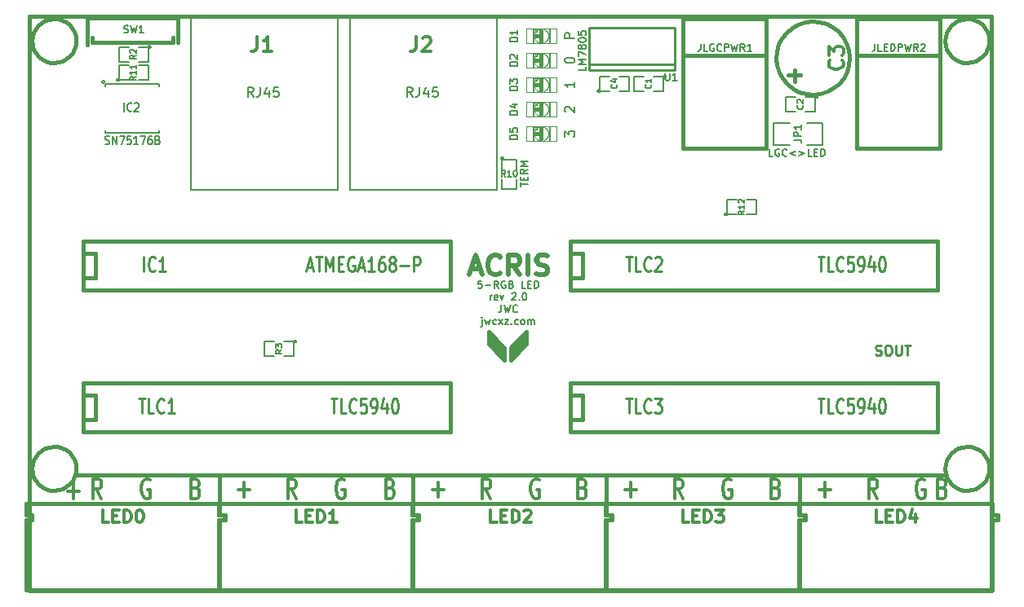
<source format=gto>
G04 (created by PCBNEW-RS274X (2012-03-17 BZR 3466)-stable) date Mon 10 Dec 2012 10:26:00 PM EST*
G01*
G70*
G90*
%MOIN*%
G04 Gerber Fmt 3.4, Leading zero omitted, Abs format*
%FSLAX34Y34*%
G04 APERTURE LIST*
%ADD10C,0.006000*%
%ADD11C,0.007500*%
%ADD12C,0.015000*%
%ADD13C,0.020000*%
%ADD14C,0.012000*%
%ADD15C,0.010000*%
%ADD16C,0.005000*%
%ADD17C,0.007000*%
%ADD18C,0.002600*%
%ADD19C,0.004000*%
%ADD20C,0.011300*%
%ADD21C,0.008000*%
G04 APERTURE END LIST*
G54D10*
X22262Y-00905D02*
X21862Y-00905D01*
X21862Y-00752D01*
X21881Y-00714D01*
X21900Y-00695D01*
X21938Y-00676D01*
X21995Y-00676D01*
X22033Y-00695D01*
X22052Y-00714D01*
X22071Y-00752D01*
X22071Y-00905D01*
G54D11*
X20046Y-06967D02*
X20046Y-06796D01*
X20346Y-06882D02*
X20046Y-06882D01*
X20189Y-06696D02*
X20189Y-06596D01*
X20346Y-06553D02*
X20346Y-06696D01*
X20046Y-06696D01*
X20046Y-06553D01*
X20346Y-06253D02*
X20204Y-06353D01*
X20346Y-06425D02*
X20046Y-06425D01*
X20046Y-06310D01*
X20061Y-06282D01*
X20075Y-06267D01*
X20104Y-06253D01*
X20146Y-06253D01*
X20175Y-06267D01*
X20189Y-06282D01*
X20204Y-06310D01*
X20204Y-06425D01*
X20346Y-06125D02*
X20046Y-06125D01*
X20261Y-06025D01*
X20046Y-05925D01*
X20346Y-05925D01*
G54D12*
X19750Y-13750D02*
X20200Y-13300D01*
X19750Y-13600D02*
X19750Y-13750D01*
X20250Y-13100D02*
X19750Y-13600D01*
X20250Y-13350D02*
X20250Y-13100D01*
X19700Y-13900D02*
X20250Y-13350D01*
X19700Y-13600D02*
X19700Y-13900D01*
X20200Y-13100D02*
X19700Y-13600D01*
X19300Y-13750D02*
X19350Y-13750D01*
X18950Y-13400D02*
X19300Y-13750D01*
X18950Y-13300D02*
X18950Y-13400D01*
X19350Y-13700D02*
X18950Y-13300D01*
X19350Y-13600D02*
X19350Y-13700D01*
X19350Y-13900D02*
X19350Y-13600D01*
X18850Y-13400D02*
X19350Y-13900D01*
X18850Y-13100D02*
X18850Y-13400D01*
X19350Y-13600D02*
X18850Y-13100D01*
X19700Y-13500D02*
X19650Y-13550D01*
X20300Y-12900D02*
X19700Y-13500D01*
X20300Y-13400D02*
X20300Y-12900D01*
X19650Y-14050D02*
X20300Y-13400D01*
X19650Y-13550D02*
X19650Y-14050D01*
X18750Y-13400D02*
X18750Y-12900D01*
X19400Y-14050D02*
X18750Y-13400D01*
X19400Y-13550D02*
X19400Y-14050D01*
X18750Y-12900D02*
X19400Y-13550D01*
G54D11*
X18464Y-10821D02*
X18321Y-10821D01*
X18307Y-10964D01*
X18321Y-10950D01*
X18350Y-10936D01*
X18421Y-10936D01*
X18450Y-10950D01*
X18464Y-10964D01*
X18479Y-10993D01*
X18479Y-11064D01*
X18464Y-11093D01*
X18450Y-11107D01*
X18421Y-11121D01*
X18350Y-11121D01*
X18321Y-11107D01*
X18307Y-11093D01*
X18607Y-11007D02*
X18836Y-11007D01*
X19150Y-11121D02*
X19050Y-10979D01*
X18978Y-11121D02*
X18978Y-10821D01*
X19093Y-10821D01*
X19121Y-10836D01*
X19136Y-10850D01*
X19150Y-10879D01*
X19150Y-10921D01*
X19136Y-10950D01*
X19121Y-10964D01*
X19093Y-10979D01*
X18978Y-10979D01*
X19436Y-10836D02*
X19407Y-10821D01*
X19364Y-10821D01*
X19321Y-10836D01*
X19293Y-10864D01*
X19278Y-10893D01*
X19264Y-10950D01*
X19264Y-10993D01*
X19278Y-11050D01*
X19293Y-11079D01*
X19321Y-11107D01*
X19364Y-11121D01*
X19393Y-11121D01*
X19436Y-11107D01*
X19450Y-11093D01*
X19450Y-10993D01*
X19393Y-10993D01*
X19678Y-10964D02*
X19721Y-10979D01*
X19736Y-10993D01*
X19750Y-11021D01*
X19750Y-11064D01*
X19736Y-11093D01*
X19721Y-11107D01*
X19693Y-11121D01*
X19578Y-11121D01*
X19578Y-10821D01*
X19678Y-10821D01*
X19707Y-10836D01*
X19721Y-10850D01*
X19736Y-10879D01*
X19736Y-10907D01*
X19721Y-10936D01*
X19707Y-10950D01*
X19678Y-10964D01*
X19578Y-10964D01*
X20250Y-11121D02*
X20107Y-11121D01*
X20107Y-10821D01*
X20350Y-10964D02*
X20450Y-10964D01*
X20493Y-11121D02*
X20350Y-11121D01*
X20350Y-10821D01*
X20493Y-10821D01*
X20621Y-11121D02*
X20621Y-10821D01*
X20693Y-10821D01*
X20736Y-10836D01*
X20764Y-10864D01*
X20779Y-10893D01*
X20793Y-10950D01*
X20793Y-10993D01*
X20779Y-11050D01*
X20764Y-11079D01*
X20736Y-11107D01*
X20693Y-11121D01*
X20621Y-11121D01*
X18813Y-11616D02*
X18813Y-11416D01*
X18813Y-11474D02*
X18828Y-11445D01*
X18842Y-11431D01*
X18871Y-11416D01*
X18899Y-11416D01*
X19114Y-11602D02*
X19085Y-11616D01*
X19028Y-11616D01*
X18999Y-11602D01*
X18985Y-11574D01*
X18985Y-11459D01*
X18999Y-11431D01*
X19028Y-11416D01*
X19085Y-11416D01*
X19114Y-11431D01*
X19128Y-11459D01*
X19128Y-11488D01*
X18985Y-11516D01*
X19228Y-11416D02*
X19299Y-11616D01*
X19371Y-11416D01*
X19700Y-11345D02*
X19714Y-11331D01*
X19743Y-11316D01*
X19814Y-11316D01*
X19843Y-11331D01*
X19857Y-11345D01*
X19872Y-11374D01*
X19872Y-11402D01*
X19857Y-11445D01*
X19686Y-11616D01*
X19872Y-11616D01*
X20000Y-11588D02*
X20015Y-11602D01*
X20000Y-11616D01*
X19986Y-11602D01*
X20000Y-11588D01*
X20000Y-11616D01*
X20201Y-11316D02*
X20229Y-11316D01*
X20258Y-11331D01*
X20272Y-11345D01*
X20286Y-11374D01*
X20301Y-11431D01*
X20301Y-11502D01*
X20286Y-11559D01*
X20272Y-11588D01*
X20258Y-11602D01*
X20229Y-11616D01*
X20201Y-11616D01*
X20172Y-11602D01*
X20158Y-11588D01*
X20143Y-11559D01*
X20129Y-11502D01*
X20129Y-11431D01*
X20143Y-11374D01*
X20158Y-11345D01*
X20172Y-11331D01*
X20201Y-11316D01*
X19271Y-11811D02*
X19271Y-12026D01*
X19257Y-12069D01*
X19228Y-12097D01*
X19185Y-12111D01*
X19157Y-12111D01*
X19386Y-11811D02*
X19457Y-12111D01*
X19514Y-11897D01*
X19572Y-12111D01*
X19643Y-11811D01*
X19929Y-12083D02*
X19915Y-12097D01*
X19872Y-12111D01*
X19843Y-12111D01*
X19800Y-12097D01*
X19772Y-12069D01*
X19757Y-12040D01*
X19743Y-11983D01*
X19743Y-11940D01*
X19757Y-11883D01*
X19772Y-11854D01*
X19800Y-11826D01*
X19843Y-11811D01*
X19872Y-11811D01*
X19915Y-11826D01*
X19929Y-11840D01*
X18486Y-12406D02*
X18486Y-12664D01*
X18472Y-12692D01*
X18444Y-12706D01*
X18429Y-12706D01*
X18486Y-12306D02*
X18472Y-12321D01*
X18486Y-12335D01*
X18501Y-12321D01*
X18486Y-12306D01*
X18486Y-12335D01*
X18601Y-12406D02*
X18658Y-12606D01*
X18715Y-12464D01*
X18772Y-12606D01*
X18829Y-12406D01*
X19072Y-12592D02*
X19043Y-12606D01*
X18986Y-12606D01*
X18958Y-12592D01*
X18943Y-12578D01*
X18929Y-12549D01*
X18929Y-12464D01*
X18943Y-12435D01*
X18958Y-12421D01*
X18986Y-12406D01*
X19043Y-12406D01*
X19072Y-12421D01*
X19172Y-12606D02*
X19329Y-12406D01*
X19172Y-12406D02*
X19329Y-12606D01*
X19415Y-12406D02*
X19572Y-12406D01*
X19415Y-12606D01*
X19572Y-12606D01*
X19686Y-12578D02*
X19701Y-12592D01*
X19686Y-12606D01*
X19672Y-12592D01*
X19686Y-12578D01*
X19686Y-12606D01*
X19958Y-12592D02*
X19929Y-12606D01*
X19872Y-12606D01*
X19844Y-12592D01*
X19829Y-12578D01*
X19815Y-12549D01*
X19815Y-12464D01*
X19829Y-12435D01*
X19844Y-12421D01*
X19872Y-12406D01*
X19929Y-12406D01*
X19958Y-12421D01*
X20129Y-12606D02*
X20101Y-12592D01*
X20086Y-12578D01*
X20072Y-12549D01*
X20072Y-12464D01*
X20086Y-12435D01*
X20101Y-12421D01*
X20129Y-12406D01*
X20172Y-12406D01*
X20201Y-12421D01*
X20215Y-12435D01*
X20229Y-12464D01*
X20229Y-12549D01*
X20215Y-12578D01*
X20201Y-12592D01*
X20172Y-12606D01*
X20129Y-12606D01*
X20357Y-12606D02*
X20357Y-12406D01*
X20357Y-12435D02*
X20372Y-12421D01*
X20400Y-12406D01*
X20443Y-12406D01*
X20472Y-12421D01*
X20486Y-12449D01*
X20486Y-12606D01*
X20486Y-12449D02*
X20500Y-12421D01*
X20529Y-12406D01*
X20572Y-12406D01*
X20600Y-12421D01*
X20615Y-12449D01*
X20615Y-12606D01*
G54D13*
X18038Y-10345D02*
X18419Y-10345D01*
X17962Y-10574D02*
X18229Y-09774D01*
X18496Y-10574D01*
X19220Y-10498D02*
X19182Y-10536D01*
X19067Y-10574D01*
X18991Y-10574D01*
X18877Y-10536D01*
X18801Y-10460D01*
X18762Y-10383D01*
X18724Y-10231D01*
X18724Y-10117D01*
X18762Y-09964D01*
X18801Y-09888D01*
X18877Y-09812D01*
X18991Y-09774D01*
X19067Y-09774D01*
X19182Y-09812D01*
X19220Y-09850D01*
X20020Y-10574D02*
X19753Y-10193D01*
X19562Y-10574D02*
X19562Y-09774D01*
X19867Y-09774D01*
X19943Y-09812D01*
X19982Y-09850D01*
X20020Y-09926D01*
X20020Y-10040D01*
X19982Y-10117D01*
X19943Y-10155D01*
X19867Y-10193D01*
X19562Y-10193D01*
X20362Y-10574D02*
X20362Y-09774D01*
X20705Y-10536D02*
X20820Y-10574D01*
X21010Y-10574D01*
X21086Y-10536D01*
X21124Y-10498D01*
X21163Y-10421D01*
X21163Y-10345D01*
X21124Y-10269D01*
X21086Y-10231D01*
X21010Y-10193D01*
X20858Y-10155D01*
X20782Y-10117D01*
X20743Y-10079D01*
X20705Y-10002D01*
X20705Y-09926D01*
X20743Y-09850D01*
X20782Y-09812D01*
X20858Y-09774D01*
X21048Y-09774D01*
X21163Y-09812D01*
G54D12*
X15650Y-19950D02*
X15650Y-18750D01*
X23550Y-19900D02*
X23550Y-18750D01*
X31450Y-19950D02*
X31450Y-18750D01*
X07750Y-18750D02*
X37450Y-18750D01*
X07750Y-18750D02*
X01900Y-18750D01*
X07750Y-19850D02*
X07750Y-18750D01*
X00000Y-23500D02*
X39300Y-23500D01*
X00000Y00000D02*
X39300Y00000D01*
G54D11*
X30365Y-05721D02*
X30222Y-05721D01*
X30222Y-05421D01*
X30623Y-05436D02*
X30594Y-05421D01*
X30551Y-05421D01*
X30508Y-05436D01*
X30480Y-05464D01*
X30465Y-05493D01*
X30451Y-05550D01*
X30451Y-05593D01*
X30465Y-05650D01*
X30480Y-05679D01*
X30508Y-05707D01*
X30551Y-05721D01*
X30580Y-05721D01*
X30623Y-05707D01*
X30637Y-05693D01*
X30637Y-05593D01*
X30580Y-05593D01*
X30937Y-05693D02*
X30923Y-05707D01*
X30880Y-05721D01*
X30851Y-05721D01*
X30808Y-05707D01*
X30780Y-05679D01*
X30765Y-05650D01*
X30751Y-05593D01*
X30751Y-05550D01*
X30765Y-05493D01*
X30780Y-05464D01*
X30808Y-05436D01*
X30851Y-05421D01*
X30880Y-05421D01*
X30923Y-05436D01*
X30937Y-05450D01*
X31294Y-05521D02*
X31065Y-05607D01*
X31294Y-05693D01*
X31436Y-05521D02*
X31665Y-05607D01*
X31436Y-05693D01*
X31950Y-05721D02*
X31807Y-05721D01*
X31807Y-05421D01*
X32050Y-05564D02*
X32150Y-05564D01*
X32193Y-05721D02*
X32050Y-05721D01*
X32050Y-05421D01*
X32193Y-05421D01*
X32321Y-05721D02*
X32321Y-05421D01*
X32393Y-05421D01*
X32436Y-05436D01*
X32464Y-05464D01*
X32479Y-05493D01*
X32493Y-05550D01*
X32493Y-05593D01*
X32479Y-05650D01*
X32464Y-05679D01*
X32436Y-05707D01*
X32393Y-05721D01*
X32321Y-05721D01*
G54D14*
X14743Y-19305D02*
X14829Y-19343D01*
X14857Y-19381D01*
X14886Y-19457D01*
X14886Y-19571D01*
X14857Y-19648D01*
X14829Y-19686D01*
X14771Y-19724D01*
X14543Y-19724D01*
X14543Y-18924D01*
X14743Y-18924D01*
X14800Y-18962D01*
X14829Y-19000D01*
X14857Y-19076D01*
X14857Y-19152D01*
X14829Y-19229D01*
X14800Y-19267D01*
X14743Y-19305D01*
X14543Y-19305D01*
X12857Y-18962D02*
X12800Y-18924D01*
X12714Y-18924D01*
X12629Y-18962D01*
X12571Y-19038D01*
X12543Y-19114D01*
X12514Y-19267D01*
X12514Y-19381D01*
X12543Y-19533D01*
X12571Y-19610D01*
X12629Y-19686D01*
X12714Y-19724D01*
X12771Y-19724D01*
X12857Y-19686D01*
X12886Y-19648D01*
X12886Y-19381D01*
X12771Y-19381D01*
X10886Y-19724D02*
X10686Y-19343D01*
X10543Y-19724D02*
X10543Y-18924D01*
X10771Y-18924D01*
X10829Y-18962D01*
X10857Y-19000D01*
X10886Y-19076D01*
X10886Y-19190D01*
X10857Y-19267D01*
X10829Y-19305D01*
X10771Y-19343D01*
X10543Y-19343D01*
X08522Y-19369D02*
X08979Y-19369D01*
X08750Y-19674D02*
X08750Y-19064D01*
X16472Y-19369D02*
X16929Y-19369D01*
X16700Y-19674D02*
X16700Y-19064D01*
X18836Y-19724D02*
X18636Y-19343D01*
X18493Y-19724D02*
X18493Y-18924D01*
X18721Y-18924D01*
X18779Y-18962D01*
X18807Y-19000D01*
X18836Y-19076D01*
X18836Y-19190D01*
X18807Y-19267D01*
X18779Y-19305D01*
X18721Y-19343D01*
X18493Y-19343D01*
X20807Y-18962D02*
X20750Y-18924D01*
X20664Y-18924D01*
X20579Y-18962D01*
X20521Y-19038D01*
X20493Y-19114D01*
X20464Y-19267D01*
X20464Y-19381D01*
X20493Y-19533D01*
X20521Y-19610D01*
X20579Y-19686D01*
X20664Y-19724D01*
X20721Y-19724D01*
X20807Y-19686D01*
X20836Y-19648D01*
X20836Y-19381D01*
X20721Y-19381D01*
X22593Y-19305D02*
X22679Y-19343D01*
X22707Y-19381D01*
X22736Y-19457D01*
X22736Y-19571D01*
X22707Y-19648D01*
X22679Y-19686D01*
X22621Y-19724D01*
X22393Y-19724D01*
X22393Y-18924D01*
X22593Y-18924D01*
X22650Y-18962D01*
X22679Y-19000D01*
X22707Y-19076D01*
X22707Y-19152D01*
X22679Y-19229D01*
X22650Y-19267D01*
X22593Y-19305D01*
X22393Y-19305D01*
X37293Y-19305D02*
X37379Y-19343D01*
X37407Y-19381D01*
X37436Y-19457D01*
X37436Y-19571D01*
X37407Y-19648D01*
X37379Y-19686D01*
X37321Y-19724D01*
X37093Y-19724D01*
X37093Y-18924D01*
X37293Y-18924D01*
X37350Y-18962D01*
X37379Y-19000D01*
X37407Y-19076D01*
X37407Y-19152D01*
X37379Y-19229D01*
X37350Y-19267D01*
X37293Y-19305D01*
X37093Y-19305D01*
X36557Y-18962D02*
X36500Y-18924D01*
X36414Y-18924D01*
X36329Y-18962D01*
X36271Y-19038D01*
X36243Y-19114D01*
X36214Y-19267D01*
X36214Y-19381D01*
X36243Y-19533D01*
X36271Y-19610D01*
X36329Y-19686D01*
X36414Y-19724D01*
X36471Y-19724D01*
X36557Y-19686D01*
X36586Y-19648D01*
X36586Y-19381D01*
X36471Y-19381D01*
X34636Y-19724D02*
X34436Y-19343D01*
X34293Y-19724D02*
X34293Y-18924D01*
X34521Y-18924D01*
X34579Y-18962D01*
X34607Y-19000D01*
X34636Y-19076D01*
X34636Y-19190D01*
X34607Y-19267D01*
X34579Y-19305D01*
X34521Y-19343D01*
X34293Y-19343D01*
X32272Y-19369D02*
X32729Y-19369D01*
X32500Y-19674D02*
X32500Y-19064D01*
X24322Y-19369D02*
X24779Y-19369D01*
X24550Y-19674D02*
X24550Y-19064D01*
X26686Y-19724D02*
X26486Y-19343D01*
X26343Y-19724D02*
X26343Y-18924D01*
X26571Y-18924D01*
X26629Y-18962D01*
X26657Y-19000D01*
X26686Y-19076D01*
X26686Y-19190D01*
X26657Y-19267D01*
X26629Y-19305D01*
X26571Y-19343D01*
X26343Y-19343D01*
X28657Y-18962D02*
X28600Y-18924D01*
X28514Y-18924D01*
X28429Y-18962D01*
X28371Y-19038D01*
X28343Y-19114D01*
X28314Y-19267D01*
X28314Y-19381D01*
X28343Y-19533D01*
X28371Y-19610D01*
X28429Y-19686D01*
X28514Y-19724D01*
X28571Y-19724D01*
X28657Y-19686D01*
X28686Y-19648D01*
X28686Y-19381D01*
X28571Y-19381D01*
X30493Y-19305D02*
X30579Y-19343D01*
X30607Y-19381D01*
X30636Y-19457D01*
X30636Y-19571D01*
X30607Y-19648D01*
X30579Y-19686D01*
X30521Y-19724D01*
X30293Y-19724D01*
X30293Y-18924D01*
X30493Y-18924D01*
X30550Y-18962D01*
X30579Y-19000D01*
X30607Y-19076D01*
X30607Y-19152D01*
X30579Y-19229D01*
X30550Y-19267D01*
X30493Y-19305D01*
X30293Y-19305D01*
X06793Y-19305D02*
X06879Y-19343D01*
X06907Y-19381D01*
X06936Y-19457D01*
X06936Y-19571D01*
X06907Y-19648D01*
X06879Y-19686D01*
X06821Y-19724D01*
X06593Y-19724D01*
X06593Y-18924D01*
X06793Y-18924D01*
X06850Y-18962D01*
X06879Y-19000D01*
X06907Y-19076D01*
X06907Y-19152D01*
X06879Y-19229D01*
X06850Y-19267D01*
X06793Y-19305D01*
X06593Y-19305D01*
X04907Y-18962D02*
X04850Y-18924D01*
X04764Y-18924D01*
X04679Y-18962D01*
X04621Y-19038D01*
X04593Y-19114D01*
X04564Y-19267D01*
X04564Y-19381D01*
X04593Y-19533D01*
X04621Y-19610D01*
X04679Y-19686D01*
X04764Y-19724D01*
X04821Y-19724D01*
X04907Y-19686D01*
X04936Y-19648D01*
X04936Y-19381D01*
X04821Y-19381D01*
X02936Y-19724D02*
X02736Y-19343D01*
X02593Y-19724D02*
X02593Y-18924D01*
X02821Y-18924D01*
X02879Y-18962D01*
X02907Y-19000D01*
X02936Y-19076D01*
X02936Y-19190D01*
X02907Y-19267D01*
X02879Y-19305D01*
X02821Y-19343D01*
X02593Y-19343D01*
X01572Y-19419D02*
X02029Y-19419D01*
X01800Y-19724D02*
X01800Y-19114D01*
G54D12*
X00000Y-23500D02*
X00000Y00000D01*
X39300Y00000D02*
X39300Y-23500D01*
G54D15*
X34564Y-13843D02*
X34621Y-13862D01*
X34717Y-13862D01*
X34755Y-13843D01*
X34774Y-13824D01*
X34793Y-13786D01*
X34793Y-13748D01*
X34774Y-13710D01*
X34755Y-13690D01*
X34717Y-13671D01*
X34640Y-13652D01*
X34602Y-13633D01*
X34583Y-13614D01*
X34564Y-13576D01*
X34564Y-13538D01*
X34583Y-13500D01*
X34602Y-13481D01*
X34640Y-13462D01*
X34736Y-13462D01*
X34793Y-13481D01*
X35040Y-13462D02*
X35117Y-13462D01*
X35155Y-13481D01*
X35193Y-13519D01*
X35212Y-13595D01*
X35212Y-13729D01*
X35193Y-13805D01*
X35155Y-13843D01*
X35117Y-13862D01*
X35040Y-13862D01*
X35002Y-13843D01*
X34964Y-13805D01*
X34945Y-13729D01*
X34945Y-13595D01*
X34964Y-13519D01*
X35002Y-13481D01*
X35040Y-13462D01*
X35383Y-13462D02*
X35383Y-13786D01*
X35402Y-13824D01*
X35421Y-13843D01*
X35459Y-13862D01*
X35536Y-13862D01*
X35574Y-13843D01*
X35593Y-13824D01*
X35612Y-13786D01*
X35612Y-13462D01*
X35745Y-13462D02*
X35974Y-13462D01*
X35859Y-13862D02*
X35859Y-13462D01*
G54D12*
X20900Y-01600D02*
X20900Y-02000D01*
G54D10*
X22262Y-02685D02*
X22262Y-02914D01*
X22262Y-02800D02*
X21862Y-02800D01*
X21919Y-02838D01*
X21957Y-02876D01*
X21976Y-02914D01*
X21900Y-03914D02*
X21881Y-03895D01*
X21862Y-03857D01*
X21862Y-03761D01*
X21881Y-03723D01*
X21900Y-03704D01*
X21938Y-03685D01*
X21976Y-03685D01*
X22033Y-03704D01*
X22262Y-03933D01*
X22262Y-03685D01*
G54D12*
X20900Y-04800D02*
X20700Y-04800D01*
X20900Y-04600D02*
X20900Y-05000D01*
X20900Y-03800D02*
X20700Y-03800D01*
X20900Y-03600D02*
X20900Y-04000D01*
X20900Y-02800D02*
X20700Y-02800D01*
X20900Y-03000D02*
X20900Y-02600D01*
X20900Y-01800D02*
X20700Y-01800D01*
X20900Y-00800D02*
X20700Y-00800D01*
X20900Y-00600D02*
X20900Y-00800D01*
X20900Y-01000D02*
X20900Y-00600D01*
G54D10*
X21862Y-01819D02*
X21862Y-01780D01*
X21881Y-01742D01*
X21900Y-01723D01*
X21938Y-01704D01*
X22014Y-01685D01*
X22110Y-01685D01*
X22186Y-01704D01*
X22224Y-01723D01*
X22243Y-01742D01*
X22262Y-01780D01*
X22262Y-01819D01*
X22243Y-01857D01*
X22224Y-01876D01*
X22186Y-01895D01*
X22110Y-01914D01*
X22014Y-01914D01*
X21938Y-01895D01*
X21900Y-01876D01*
X21881Y-01857D01*
X21862Y-01819D01*
X21862Y-04933D02*
X21862Y-04685D01*
X22014Y-04819D01*
X22014Y-04761D01*
X22033Y-04723D01*
X22052Y-04704D01*
X22090Y-04685D01*
X22186Y-04685D01*
X22224Y-04704D01*
X22243Y-04723D01*
X22262Y-04761D01*
X22262Y-04876D01*
X22243Y-04914D01*
X22224Y-04933D01*
G54D12*
X31000Y-02400D02*
X31500Y-02400D01*
X31250Y-02650D02*
X31250Y-02200D01*
X33500Y-01700D02*
X33471Y-01991D01*
X33386Y-02271D01*
X33249Y-02530D01*
X33064Y-02756D01*
X32838Y-02943D01*
X32581Y-03082D01*
X32301Y-03169D01*
X32010Y-03199D01*
X31719Y-03173D01*
X31439Y-03090D01*
X31179Y-02955D01*
X30951Y-02771D01*
X30763Y-02547D01*
X30622Y-02290D01*
X30533Y-02011D01*
X30501Y-01720D01*
X30525Y-01430D01*
X30606Y-01148D01*
X30740Y-00888D01*
X30921Y-00659D01*
X31144Y-00469D01*
X31400Y-00326D01*
X31678Y-00235D01*
X31969Y-00201D01*
X32260Y-00223D01*
X32542Y-00302D01*
X32803Y-00434D01*
X33034Y-00614D01*
X33225Y-00836D01*
X33370Y-01090D01*
X33462Y-01368D01*
X33499Y-01659D01*
X33500Y-01700D01*
X02550Y-00850D02*
X02550Y-01050D01*
X02550Y-01050D02*
X05850Y-01050D01*
X05850Y-01050D02*
X05850Y-00850D01*
X03050Y-00050D02*
X02350Y-00050D01*
X02350Y-00050D02*
X02350Y-01150D01*
X03050Y-00050D02*
X05250Y-00050D01*
X05250Y-00050D02*
X06050Y-00050D01*
X06050Y-00050D02*
X06050Y-01050D01*
X02200Y-09200D02*
X17200Y-09200D01*
X17200Y-09200D02*
X17200Y-11200D01*
X17200Y-11200D02*
X02200Y-11200D01*
X02200Y-11200D02*
X02200Y-09200D01*
X02200Y-09700D02*
X02700Y-09700D01*
X02700Y-09700D02*
X02700Y-10700D01*
X02700Y-10700D02*
X02200Y-10700D01*
X30100Y-00400D02*
X30100Y-00100D01*
X30100Y-00100D02*
X26700Y-00100D01*
X26700Y-00100D02*
X26700Y-00400D01*
X30100Y-01600D02*
X26700Y-01600D01*
X30100Y-05400D02*
X26700Y-05400D01*
X26700Y-00400D02*
X26700Y-05400D01*
X30100Y-00400D02*
X30100Y-05400D01*
X37200Y-00400D02*
X37200Y-00100D01*
X37200Y-00100D02*
X33800Y-00100D01*
X33800Y-00100D02*
X33800Y-00400D01*
X37200Y-01600D02*
X33800Y-01600D01*
X37200Y-05400D02*
X33800Y-05400D01*
X33800Y-00400D02*
X33800Y-05400D01*
X37200Y-00400D02*
X37200Y-05400D01*
G54D16*
X19100Y00000D02*
X13100Y00000D01*
X13100Y00000D02*
X13100Y-07100D01*
X13100Y-07100D02*
X19100Y-07100D01*
X19100Y-07100D02*
X19100Y00000D01*
X12600Y00000D02*
X06600Y00000D01*
X06600Y00000D02*
X06600Y-07100D01*
X06600Y-07100D02*
X12600Y-07100D01*
X12600Y-07100D02*
X12600Y00000D01*
X19350Y-05800D02*
X19349Y-05809D01*
X19346Y-05819D01*
X19341Y-05827D01*
X19335Y-05835D01*
X19327Y-05841D01*
X19319Y-05846D01*
X19310Y-05848D01*
X19300Y-05849D01*
X19291Y-05849D01*
X19282Y-05846D01*
X19273Y-05841D01*
X19266Y-05835D01*
X19259Y-05828D01*
X19255Y-05819D01*
X19252Y-05810D01*
X19251Y-05800D01*
X19251Y-05791D01*
X19254Y-05782D01*
X19258Y-05773D01*
X19265Y-05766D01*
X19272Y-05759D01*
X19280Y-05755D01*
X19290Y-05752D01*
X19299Y-05751D01*
X19308Y-05751D01*
X19318Y-05754D01*
X19326Y-05758D01*
X19334Y-05764D01*
X19340Y-05772D01*
X19345Y-05780D01*
X19348Y-05789D01*
X19349Y-05799D01*
X19350Y-05800D01*
X19300Y-06250D02*
X19300Y-05850D01*
X19300Y-05850D02*
X19900Y-05850D01*
X19900Y-05850D02*
X19900Y-06250D01*
X19900Y-06650D02*
X19900Y-07050D01*
X19900Y-07050D02*
X19300Y-07050D01*
X19300Y-07050D02*
X19300Y-06650D01*
X10900Y-13300D02*
X10899Y-13309D01*
X10896Y-13319D01*
X10891Y-13327D01*
X10885Y-13335D01*
X10877Y-13341D01*
X10869Y-13346D01*
X10860Y-13348D01*
X10850Y-13349D01*
X10841Y-13349D01*
X10832Y-13346D01*
X10823Y-13341D01*
X10816Y-13335D01*
X10809Y-13328D01*
X10805Y-13319D01*
X10802Y-13310D01*
X10801Y-13300D01*
X10801Y-13291D01*
X10804Y-13282D01*
X10808Y-13273D01*
X10815Y-13266D01*
X10822Y-13259D01*
X10830Y-13255D01*
X10840Y-13252D01*
X10849Y-13251D01*
X10858Y-13251D01*
X10868Y-13254D01*
X10876Y-13258D01*
X10884Y-13264D01*
X10890Y-13272D01*
X10895Y-13280D01*
X10898Y-13289D01*
X10899Y-13299D01*
X10900Y-13300D01*
X10400Y-13300D02*
X10800Y-13300D01*
X10800Y-13300D02*
X10800Y-13900D01*
X10800Y-13900D02*
X10400Y-13900D01*
X10000Y-13900D02*
X09600Y-13900D01*
X09600Y-13900D02*
X09600Y-13300D01*
X09600Y-13300D02*
X10000Y-13300D01*
X04950Y-01250D02*
X04949Y-01259D01*
X04946Y-01269D01*
X04941Y-01277D01*
X04935Y-01285D01*
X04927Y-01291D01*
X04919Y-01296D01*
X04910Y-01298D01*
X04900Y-01299D01*
X04891Y-01299D01*
X04882Y-01296D01*
X04873Y-01291D01*
X04866Y-01285D01*
X04859Y-01278D01*
X04855Y-01269D01*
X04852Y-01260D01*
X04851Y-01250D01*
X04851Y-01241D01*
X04854Y-01232D01*
X04858Y-01223D01*
X04865Y-01216D01*
X04872Y-01209D01*
X04880Y-01205D01*
X04890Y-01202D01*
X04899Y-01201D01*
X04908Y-01201D01*
X04918Y-01204D01*
X04926Y-01208D01*
X04934Y-01214D01*
X04940Y-01222D01*
X04945Y-01230D01*
X04948Y-01239D01*
X04949Y-01249D01*
X04950Y-01250D01*
X04450Y-01250D02*
X04850Y-01250D01*
X04850Y-01250D02*
X04850Y-01850D01*
X04850Y-01850D02*
X04450Y-01850D01*
X04050Y-01850D02*
X03650Y-01850D01*
X03650Y-01850D02*
X03650Y-01250D01*
X03650Y-01250D02*
X04050Y-01250D01*
X30400Y-04350D02*
X30400Y-05250D01*
X30400Y-05250D02*
X31050Y-05250D01*
X31750Y-04350D02*
X32400Y-04350D01*
X32400Y-04350D02*
X32400Y-05250D01*
X32400Y-05250D02*
X31750Y-05250D01*
X31050Y-04350D02*
X30400Y-04350D01*
X03650Y-02600D02*
X03649Y-02609D01*
X03646Y-02619D01*
X03641Y-02627D01*
X03635Y-02635D01*
X03627Y-02641D01*
X03619Y-02646D01*
X03610Y-02648D01*
X03600Y-02649D01*
X03591Y-02649D01*
X03582Y-02646D01*
X03573Y-02641D01*
X03566Y-02635D01*
X03559Y-02628D01*
X03555Y-02619D01*
X03552Y-02610D01*
X03551Y-02600D01*
X03551Y-02591D01*
X03554Y-02582D01*
X03558Y-02573D01*
X03565Y-02566D01*
X03572Y-02559D01*
X03580Y-02555D01*
X03590Y-02552D01*
X03599Y-02551D01*
X03608Y-02551D01*
X03618Y-02554D01*
X03626Y-02558D01*
X03634Y-02564D01*
X03640Y-02572D01*
X03645Y-02580D01*
X03648Y-02589D01*
X03649Y-02599D01*
X03650Y-02600D01*
X04050Y-02600D02*
X03650Y-02600D01*
X03650Y-02600D02*
X03650Y-02000D01*
X03650Y-02000D02*
X04050Y-02000D01*
X04450Y-02000D02*
X04850Y-02000D01*
X04850Y-02000D02*
X04850Y-02600D01*
X04850Y-02600D02*
X04450Y-02600D01*
G54D17*
X03073Y-02670D02*
X03071Y-02680D01*
X03069Y-02690D01*
X03064Y-02699D01*
X03057Y-02707D01*
X03049Y-02713D01*
X03040Y-02718D01*
X03030Y-02721D01*
X03020Y-02722D01*
X03011Y-02722D01*
X03001Y-02719D01*
X02991Y-02714D01*
X02983Y-02707D01*
X02977Y-02699D01*
X02972Y-02690D01*
X02969Y-02681D01*
X02968Y-02670D01*
X02968Y-02661D01*
X02971Y-02651D01*
X02976Y-02642D01*
X02982Y-02634D01*
X02990Y-02627D01*
X02999Y-02622D01*
X03009Y-02619D01*
X03019Y-02618D01*
X03029Y-02618D01*
X03039Y-02621D01*
X03048Y-02626D01*
X03056Y-02632D01*
X03063Y-02640D01*
X03068Y-02649D01*
X03071Y-02659D01*
X03072Y-02669D01*
X03073Y-02670D01*
G54D10*
X05300Y-02850D02*
X05300Y-02750D01*
X05300Y-02750D02*
X03100Y-02750D01*
X03100Y-02750D02*
X03100Y-02850D01*
X03100Y-04750D02*
X05300Y-04750D01*
X05300Y-04750D02*
X05300Y-04650D01*
X03100Y-04750D02*
X03100Y-04650D01*
G54D18*
X20939Y-04761D02*
X20861Y-04761D01*
X20861Y-04761D02*
X20861Y-04839D01*
X20939Y-04839D02*
X20861Y-04839D01*
X20939Y-04761D02*
X20939Y-04839D01*
X20723Y-04525D02*
X20586Y-04525D01*
X20586Y-04525D02*
X20586Y-04623D01*
X20723Y-04623D02*
X20586Y-04623D01*
X20723Y-04525D02*
X20723Y-04623D01*
X20586Y-04525D02*
X20546Y-04525D01*
X20546Y-04525D02*
X20546Y-04996D01*
X20586Y-04996D02*
X20546Y-04996D01*
X20586Y-04525D02*
X20586Y-04996D01*
X20586Y-05016D02*
X20546Y-05016D01*
X20546Y-05016D02*
X20546Y-05075D01*
X20586Y-05075D02*
X20546Y-05075D01*
X20586Y-05016D02*
X20586Y-05075D01*
X21254Y-04525D02*
X21214Y-04525D01*
X21214Y-04525D02*
X21214Y-04996D01*
X21254Y-04996D02*
X21214Y-04996D01*
X21254Y-04525D02*
X21254Y-04996D01*
X21254Y-05016D02*
X21214Y-05016D01*
X21214Y-05016D02*
X21214Y-05075D01*
X21254Y-05075D02*
X21214Y-05075D01*
X21254Y-05016D02*
X21254Y-05075D01*
X20723Y-04525D02*
X20664Y-04525D01*
X20664Y-04525D02*
X20664Y-04623D01*
X20723Y-04623D02*
X20664Y-04623D01*
X20723Y-04525D02*
X20723Y-04623D01*
G54D19*
X20290Y-04505D02*
X21510Y-04505D01*
X21510Y-04505D02*
X21510Y-05095D01*
X21510Y-05095D02*
X20290Y-05095D01*
X20290Y-05095D02*
X20290Y-04505D01*
X21114Y-04604D02*
X21096Y-04586D01*
X21077Y-04570D01*
X21056Y-04555D01*
X21034Y-04543D01*
X21011Y-04532D01*
X20987Y-04523D01*
X20963Y-04517D01*
X20938Y-04512D01*
X20913Y-04510D01*
X20888Y-04510D01*
X20863Y-04512D01*
X20838Y-04516D01*
X20813Y-04523D01*
X20790Y-04531D01*
X20767Y-04542D01*
X20745Y-04555D01*
X20724Y-04569D01*
X20704Y-04586D01*
X20686Y-04604D01*
X20685Y-04605D01*
X21115Y-04995D02*
X21131Y-04976D01*
X21145Y-04955D01*
X21158Y-04933D01*
X21169Y-04910D01*
X21177Y-04886D01*
X21184Y-04861D01*
X21188Y-04836D01*
X21190Y-04811D01*
X21190Y-04787D01*
X21188Y-04762D01*
X21183Y-04737D01*
X21177Y-04712D01*
X21168Y-04688D01*
X21157Y-04665D01*
X21144Y-04643D01*
X21130Y-04623D01*
X21115Y-04605D01*
X20686Y-04996D02*
X20704Y-05014D01*
X20723Y-05030D01*
X20744Y-05045D01*
X20766Y-05057D01*
X20789Y-05068D01*
X20813Y-05077D01*
X20837Y-05083D01*
X20862Y-05088D01*
X20887Y-05090D01*
X20912Y-05090D01*
X20937Y-05088D01*
X20962Y-05084D01*
X20987Y-05077D01*
X21010Y-05069D01*
X21033Y-05058D01*
X21055Y-05045D01*
X21076Y-05031D01*
X21096Y-05014D01*
X21114Y-04996D01*
X21115Y-04995D01*
X20685Y-04605D02*
X20669Y-04624D01*
X20655Y-04645D01*
X20642Y-04667D01*
X20631Y-04690D01*
X20623Y-04714D01*
X20616Y-04739D01*
X20612Y-04764D01*
X20610Y-04789D01*
X20610Y-04813D01*
X20612Y-04838D01*
X20617Y-04863D01*
X20623Y-04888D01*
X20632Y-04912D01*
X20643Y-04935D01*
X20656Y-04957D01*
X20670Y-04977D01*
X20685Y-04995D01*
G54D18*
X20939Y-03761D02*
X20861Y-03761D01*
X20861Y-03761D02*
X20861Y-03839D01*
X20939Y-03839D02*
X20861Y-03839D01*
X20939Y-03761D02*
X20939Y-03839D01*
X20723Y-03525D02*
X20586Y-03525D01*
X20586Y-03525D02*
X20586Y-03623D01*
X20723Y-03623D02*
X20586Y-03623D01*
X20723Y-03525D02*
X20723Y-03623D01*
X20586Y-03525D02*
X20546Y-03525D01*
X20546Y-03525D02*
X20546Y-03996D01*
X20586Y-03996D02*
X20546Y-03996D01*
X20586Y-03525D02*
X20586Y-03996D01*
X20586Y-04016D02*
X20546Y-04016D01*
X20546Y-04016D02*
X20546Y-04075D01*
X20586Y-04075D02*
X20546Y-04075D01*
X20586Y-04016D02*
X20586Y-04075D01*
X21254Y-03525D02*
X21214Y-03525D01*
X21214Y-03525D02*
X21214Y-03996D01*
X21254Y-03996D02*
X21214Y-03996D01*
X21254Y-03525D02*
X21254Y-03996D01*
X21254Y-04016D02*
X21214Y-04016D01*
X21214Y-04016D02*
X21214Y-04075D01*
X21254Y-04075D02*
X21214Y-04075D01*
X21254Y-04016D02*
X21254Y-04075D01*
X20723Y-03525D02*
X20664Y-03525D01*
X20664Y-03525D02*
X20664Y-03623D01*
X20723Y-03623D02*
X20664Y-03623D01*
X20723Y-03525D02*
X20723Y-03623D01*
G54D19*
X20290Y-03505D02*
X21510Y-03505D01*
X21510Y-03505D02*
X21510Y-04095D01*
X21510Y-04095D02*
X20290Y-04095D01*
X20290Y-04095D02*
X20290Y-03505D01*
X21114Y-03604D02*
X21096Y-03586D01*
X21077Y-03570D01*
X21056Y-03555D01*
X21034Y-03543D01*
X21011Y-03532D01*
X20987Y-03523D01*
X20963Y-03517D01*
X20938Y-03512D01*
X20913Y-03510D01*
X20888Y-03510D01*
X20863Y-03512D01*
X20838Y-03516D01*
X20813Y-03523D01*
X20790Y-03531D01*
X20767Y-03542D01*
X20745Y-03555D01*
X20724Y-03569D01*
X20704Y-03586D01*
X20686Y-03604D01*
X20685Y-03605D01*
X21115Y-03995D02*
X21131Y-03976D01*
X21145Y-03955D01*
X21158Y-03933D01*
X21169Y-03910D01*
X21177Y-03886D01*
X21184Y-03861D01*
X21188Y-03836D01*
X21190Y-03811D01*
X21190Y-03787D01*
X21188Y-03762D01*
X21183Y-03737D01*
X21177Y-03712D01*
X21168Y-03688D01*
X21157Y-03665D01*
X21144Y-03643D01*
X21130Y-03623D01*
X21115Y-03605D01*
X20686Y-03996D02*
X20704Y-04014D01*
X20723Y-04030D01*
X20744Y-04045D01*
X20766Y-04057D01*
X20789Y-04068D01*
X20813Y-04077D01*
X20837Y-04083D01*
X20862Y-04088D01*
X20887Y-04090D01*
X20912Y-04090D01*
X20937Y-04088D01*
X20962Y-04084D01*
X20987Y-04077D01*
X21010Y-04069D01*
X21033Y-04058D01*
X21055Y-04045D01*
X21076Y-04031D01*
X21096Y-04014D01*
X21114Y-03996D01*
X21115Y-03995D01*
X20685Y-03605D02*
X20669Y-03624D01*
X20655Y-03645D01*
X20642Y-03667D01*
X20631Y-03690D01*
X20623Y-03714D01*
X20616Y-03739D01*
X20612Y-03764D01*
X20610Y-03789D01*
X20610Y-03813D01*
X20612Y-03838D01*
X20617Y-03863D01*
X20623Y-03888D01*
X20632Y-03912D01*
X20643Y-03935D01*
X20656Y-03957D01*
X20670Y-03977D01*
X20685Y-03995D01*
G54D18*
X20939Y-02761D02*
X20861Y-02761D01*
X20861Y-02761D02*
X20861Y-02839D01*
X20939Y-02839D02*
X20861Y-02839D01*
X20939Y-02761D02*
X20939Y-02839D01*
X20723Y-02525D02*
X20586Y-02525D01*
X20586Y-02525D02*
X20586Y-02623D01*
X20723Y-02623D02*
X20586Y-02623D01*
X20723Y-02525D02*
X20723Y-02623D01*
X20586Y-02525D02*
X20546Y-02525D01*
X20546Y-02525D02*
X20546Y-02996D01*
X20586Y-02996D02*
X20546Y-02996D01*
X20586Y-02525D02*
X20586Y-02996D01*
X20586Y-03016D02*
X20546Y-03016D01*
X20546Y-03016D02*
X20546Y-03075D01*
X20586Y-03075D02*
X20546Y-03075D01*
X20586Y-03016D02*
X20586Y-03075D01*
X21254Y-02525D02*
X21214Y-02525D01*
X21214Y-02525D02*
X21214Y-02996D01*
X21254Y-02996D02*
X21214Y-02996D01*
X21254Y-02525D02*
X21254Y-02996D01*
X21254Y-03016D02*
X21214Y-03016D01*
X21214Y-03016D02*
X21214Y-03075D01*
X21254Y-03075D02*
X21214Y-03075D01*
X21254Y-03016D02*
X21254Y-03075D01*
X20723Y-02525D02*
X20664Y-02525D01*
X20664Y-02525D02*
X20664Y-02623D01*
X20723Y-02623D02*
X20664Y-02623D01*
X20723Y-02525D02*
X20723Y-02623D01*
G54D19*
X20290Y-02505D02*
X21510Y-02505D01*
X21510Y-02505D02*
X21510Y-03095D01*
X21510Y-03095D02*
X20290Y-03095D01*
X20290Y-03095D02*
X20290Y-02505D01*
X21114Y-02604D02*
X21096Y-02586D01*
X21077Y-02570D01*
X21056Y-02555D01*
X21034Y-02543D01*
X21011Y-02532D01*
X20987Y-02523D01*
X20963Y-02517D01*
X20938Y-02512D01*
X20913Y-02510D01*
X20888Y-02510D01*
X20863Y-02512D01*
X20838Y-02516D01*
X20813Y-02523D01*
X20790Y-02531D01*
X20767Y-02542D01*
X20745Y-02555D01*
X20724Y-02569D01*
X20704Y-02586D01*
X20686Y-02604D01*
X20685Y-02605D01*
X21115Y-02995D02*
X21131Y-02976D01*
X21145Y-02955D01*
X21158Y-02933D01*
X21169Y-02910D01*
X21177Y-02886D01*
X21184Y-02861D01*
X21188Y-02836D01*
X21190Y-02811D01*
X21190Y-02787D01*
X21188Y-02762D01*
X21183Y-02737D01*
X21177Y-02712D01*
X21168Y-02688D01*
X21157Y-02665D01*
X21144Y-02643D01*
X21130Y-02623D01*
X21115Y-02605D01*
X20686Y-02996D02*
X20704Y-03014D01*
X20723Y-03030D01*
X20744Y-03045D01*
X20766Y-03057D01*
X20789Y-03068D01*
X20813Y-03077D01*
X20837Y-03083D01*
X20862Y-03088D01*
X20887Y-03090D01*
X20912Y-03090D01*
X20937Y-03088D01*
X20962Y-03084D01*
X20987Y-03077D01*
X21010Y-03069D01*
X21033Y-03058D01*
X21055Y-03045D01*
X21076Y-03031D01*
X21096Y-03014D01*
X21114Y-02996D01*
X21115Y-02995D01*
X20685Y-02605D02*
X20669Y-02624D01*
X20655Y-02645D01*
X20642Y-02667D01*
X20631Y-02690D01*
X20623Y-02714D01*
X20616Y-02739D01*
X20612Y-02764D01*
X20610Y-02789D01*
X20610Y-02813D01*
X20612Y-02838D01*
X20617Y-02863D01*
X20623Y-02888D01*
X20632Y-02912D01*
X20643Y-02935D01*
X20656Y-02957D01*
X20670Y-02977D01*
X20685Y-02995D01*
G54D18*
X20939Y-01761D02*
X20861Y-01761D01*
X20861Y-01761D02*
X20861Y-01839D01*
X20939Y-01839D02*
X20861Y-01839D01*
X20939Y-01761D02*
X20939Y-01839D01*
X20723Y-01525D02*
X20586Y-01525D01*
X20586Y-01525D02*
X20586Y-01623D01*
X20723Y-01623D02*
X20586Y-01623D01*
X20723Y-01525D02*
X20723Y-01623D01*
X20586Y-01525D02*
X20546Y-01525D01*
X20546Y-01525D02*
X20546Y-01996D01*
X20586Y-01996D02*
X20546Y-01996D01*
X20586Y-01525D02*
X20586Y-01996D01*
X20586Y-02016D02*
X20546Y-02016D01*
X20546Y-02016D02*
X20546Y-02075D01*
X20586Y-02075D02*
X20546Y-02075D01*
X20586Y-02016D02*
X20586Y-02075D01*
X21254Y-01525D02*
X21214Y-01525D01*
X21214Y-01525D02*
X21214Y-01996D01*
X21254Y-01996D02*
X21214Y-01996D01*
X21254Y-01525D02*
X21254Y-01996D01*
X21254Y-02016D02*
X21214Y-02016D01*
X21214Y-02016D02*
X21214Y-02075D01*
X21254Y-02075D02*
X21214Y-02075D01*
X21254Y-02016D02*
X21254Y-02075D01*
X20723Y-01525D02*
X20664Y-01525D01*
X20664Y-01525D02*
X20664Y-01623D01*
X20723Y-01623D02*
X20664Y-01623D01*
X20723Y-01525D02*
X20723Y-01623D01*
G54D19*
X20290Y-01505D02*
X21510Y-01505D01*
X21510Y-01505D02*
X21510Y-02095D01*
X21510Y-02095D02*
X20290Y-02095D01*
X20290Y-02095D02*
X20290Y-01505D01*
X21114Y-01604D02*
X21096Y-01586D01*
X21077Y-01570D01*
X21056Y-01555D01*
X21034Y-01543D01*
X21011Y-01532D01*
X20987Y-01523D01*
X20963Y-01517D01*
X20938Y-01512D01*
X20913Y-01510D01*
X20888Y-01510D01*
X20863Y-01512D01*
X20838Y-01516D01*
X20813Y-01523D01*
X20790Y-01531D01*
X20767Y-01542D01*
X20745Y-01555D01*
X20724Y-01569D01*
X20704Y-01586D01*
X20686Y-01604D01*
X20685Y-01605D01*
X21115Y-01995D02*
X21131Y-01976D01*
X21145Y-01955D01*
X21158Y-01933D01*
X21169Y-01910D01*
X21177Y-01886D01*
X21184Y-01861D01*
X21188Y-01836D01*
X21190Y-01811D01*
X21190Y-01787D01*
X21188Y-01762D01*
X21183Y-01737D01*
X21177Y-01712D01*
X21168Y-01688D01*
X21157Y-01665D01*
X21144Y-01643D01*
X21130Y-01623D01*
X21115Y-01605D01*
X20686Y-01996D02*
X20704Y-02014D01*
X20723Y-02030D01*
X20744Y-02045D01*
X20766Y-02057D01*
X20789Y-02068D01*
X20813Y-02077D01*
X20837Y-02083D01*
X20862Y-02088D01*
X20887Y-02090D01*
X20912Y-02090D01*
X20937Y-02088D01*
X20962Y-02084D01*
X20987Y-02077D01*
X21010Y-02069D01*
X21033Y-02058D01*
X21055Y-02045D01*
X21076Y-02031D01*
X21096Y-02014D01*
X21114Y-01996D01*
X21115Y-01995D01*
X20685Y-01605D02*
X20669Y-01624D01*
X20655Y-01645D01*
X20642Y-01667D01*
X20631Y-01690D01*
X20623Y-01714D01*
X20616Y-01739D01*
X20612Y-01764D01*
X20610Y-01789D01*
X20610Y-01813D01*
X20612Y-01838D01*
X20617Y-01863D01*
X20623Y-01888D01*
X20632Y-01912D01*
X20643Y-01935D01*
X20656Y-01957D01*
X20670Y-01977D01*
X20685Y-01995D01*
G54D15*
X26350Y-01950D02*
X26350Y-02200D01*
X26350Y-02200D02*
X22850Y-02200D01*
X22850Y-02200D02*
X22850Y-01950D01*
X26350Y-00450D02*
X26350Y-01950D01*
X26350Y-01950D02*
X22850Y-01950D01*
X22850Y-01950D02*
X22850Y-00450D01*
X22850Y-00450D02*
X26350Y-00450D01*
G54D18*
X20939Y-00760D02*
X20861Y-00760D01*
X20861Y-00760D02*
X20861Y-00838D01*
X20939Y-00838D02*
X20861Y-00838D01*
X20939Y-00760D02*
X20939Y-00838D01*
X20723Y-00524D02*
X20586Y-00524D01*
X20586Y-00524D02*
X20586Y-00622D01*
X20723Y-00622D02*
X20586Y-00622D01*
X20723Y-00524D02*
X20723Y-00622D01*
X20586Y-00524D02*
X20546Y-00524D01*
X20546Y-00524D02*
X20546Y-00995D01*
X20586Y-00995D02*
X20546Y-00995D01*
X20586Y-00524D02*
X20586Y-00995D01*
X20586Y-01015D02*
X20546Y-01015D01*
X20546Y-01015D02*
X20546Y-01074D01*
X20586Y-01074D02*
X20546Y-01074D01*
X20586Y-01015D02*
X20586Y-01074D01*
X21254Y-00524D02*
X21214Y-00524D01*
X21214Y-00524D02*
X21214Y-00995D01*
X21254Y-00995D02*
X21214Y-00995D01*
X21254Y-00524D02*
X21254Y-00995D01*
X21254Y-01015D02*
X21214Y-01015D01*
X21214Y-01015D02*
X21214Y-01074D01*
X21254Y-01074D02*
X21214Y-01074D01*
X21254Y-01015D02*
X21254Y-01074D01*
X20723Y-00524D02*
X20664Y-00524D01*
X20664Y-00524D02*
X20664Y-00622D01*
X20723Y-00622D02*
X20664Y-00622D01*
X20723Y-00524D02*
X20723Y-00622D01*
G54D19*
X20290Y-00504D02*
X21510Y-00504D01*
X21510Y-00504D02*
X21510Y-01094D01*
X21510Y-01094D02*
X20290Y-01094D01*
X20290Y-01094D02*
X20290Y-00504D01*
X21114Y-00603D02*
X21096Y-00585D01*
X21077Y-00569D01*
X21056Y-00554D01*
X21034Y-00542D01*
X21011Y-00531D01*
X20987Y-00522D01*
X20963Y-00516D01*
X20938Y-00511D01*
X20913Y-00509D01*
X20888Y-00509D01*
X20863Y-00511D01*
X20838Y-00515D01*
X20813Y-00522D01*
X20790Y-00530D01*
X20767Y-00541D01*
X20745Y-00554D01*
X20724Y-00568D01*
X20704Y-00585D01*
X20686Y-00603D01*
X20685Y-00604D01*
X21115Y-00994D02*
X21131Y-00975D01*
X21145Y-00954D01*
X21158Y-00932D01*
X21169Y-00909D01*
X21177Y-00885D01*
X21184Y-00860D01*
X21188Y-00835D01*
X21190Y-00810D01*
X21190Y-00786D01*
X21188Y-00761D01*
X21183Y-00736D01*
X21177Y-00711D01*
X21168Y-00687D01*
X21157Y-00664D01*
X21144Y-00642D01*
X21130Y-00622D01*
X21115Y-00604D01*
X20686Y-00995D02*
X20704Y-01013D01*
X20723Y-01029D01*
X20744Y-01044D01*
X20766Y-01056D01*
X20789Y-01067D01*
X20813Y-01076D01*
X20837Y-01082D01*
X20862Y-01087D01*
X20887Y-01089D01*
X20912Y-01089D01*
X20937Y-01087D01*
X20962Y-01083D01*
X20987Y-01076D01*
X21010Y-01068D01*
X21033Y-01057D01*
X21055Y-01044D01*
X21076Y-01030D01*
X21096Y-01013D01*
X21114Y-00995D01*
X21115Y-00994D01*
X20685Y-00604D02*
X20669Y-00623D01*
X20655Y-00644D01*
X20642Y-00666D01*
X20631Y-00689D01*
X20623Y-00713D01*
X20616Y-00738D01*
X20612Y-00763D01*
X20610Y-00788D01*
X20610Y-00812D01*
X20612Y-00837D01*
X20617Y-00862D01*
X20623Y-00887D01*
X20632Y-00911D01*
X20643Y-00934D01*
X20656Y-00956D01*
X20670Y-00976D01*
X20685Y-00994D01*
G54D16*
X23300Y-03050D02*
X23299Y-03059D01*
X23296Y-03069D01*
X23291Y-03077D01*
X23285Y-03085D01*
X23277Y-03091D01*
X23269Y-03096D01*
X23260Y-03098D01*
X23250Y-03099D01*
X23241Y-03099D01*
X23232Y-03096D01*
X23223Y-03091D01*
X23216Y-03085D01*
X23209Y-03078D01*
X23205Y-03069D01*
X23202Y-03060D01*
X23201Y-03050D01*
X23201Y-03041D01*
X23204Y-03032D01*
X23208Y-03023D01*
X23215Y-03016D01*
X23222Y-03009D01*
X23230Y-03005D01*
X23240Y-03002D01*
X23249Y-03001D01*
X23258Y-03001D01*
X23268Y-03004D01*
X23276Y-03008D01*
X23284Y-03014D01*
X23290Y-03022D01*
X23295Y-03030D01*
X23298Y-03039D01*
X23299Y-03049D01*
X23300Y-03050D01*
X23700Y-03050D02*
X23300Y-03050D01*
X23300Y-03050D02*
X23300Y-02450D01*
X23300Y-02450D02*
X23700Y-02450D01*
X24100Y-02450D02*
X24500Y-02450D01*
X24500Y-02450D02*
X24500Y-03050D01*
X24500Y-03050D02*
X24100Y-03050D01*
X32200Y-03300D02*
X32199Y-03309D01*
X32196Y-03319D01*
X32191Y-03327D01*
X32185Y-03335D01*
X32177Y-03341D01*
X32169Y-03346D01*
X32160Y-03348D01*
X32150Y-03349D01*
X32141Y-03349D01*
X32132Y-03346D01*
X32123Y-03341D01*
X32116Y-03335D01*
X32109Y-03328D01*
X32105Y-03319D01*
X32102Y-03310D01*
X32101Y-03300D01*
X32101Y-03291D01*
X32104Y-03282D01*
X32108Y-03273D01*
X32115Y-03266D01*
X32122Y-03259D01*
X32130Y-03255D01*
X32140Y-03252D01*
X32149Y-03251D01*
X32158Y-03251D01*
X32168Y-03254D01*
X32176Y-03258D01*
X32184Y-03264D01*
X32190Y-03272D01*
X32195Y-03280D01*
X32198Y-03289D01*
X32199Y-03299D01*
X32200Y-03300D01*
X31700Y-03300D02*
X32100Y-03300D01*
X32100Y-03300D02*
X32100Y-03900D01*
X32100Y-03900D02*
X31700Y-03900D01*
X31300Y-03900D02*
X30900Y-03900D01*
X30900Y-03900D02*
X30900Y-03300D01*
X30900Y-03300D02*
X31300Y-03300D01*
X26000Y-02450D02*
X25999Y-02459D01*
X25996Y-02469D01*
X25991Y-02477D01*
X25985Y-02485D01*
X25977Y-02491D01*
X25969Y-02496D01*
X25960Y-02498D01*
X25950Y-02499D01*
X25941Y-02499D01*
X25932Y-02496D01*
X25923Y-02491D01*
X25916Y-02485D01*
X25909Y-02478D01*
X25905Y-02469D01*
X25902Y-02460D01*
X25901Y-02450D01*
X25901Y-02441D01*
X25904Y-02432D01*
X25908Y-02423D01*
X25915Y-02416D01*
X25922Y-02409D01*
X25930Y-02405D01*
X25940Y-02402D01*
X25949Y-02401D01*
X25958Y-02401D01*
X25968Y-02404D01*
X25976Y-02408D01*
X25984Y-02414D01*
X25990Y-02422D01*
X25995Y-02430D01*
X25998Y-02439D01*
X25999Y-02449D01*
X26000Y-02450D01*
X25500Y-02450D02*
X25900Y-02450D01*
X25900Y-02450D02*
X25900Y-03050D01*
X25900Y-03050D02*
X25500Y-03050D01*
X25100Y-03050D02*
X24700Y-03050D01*
X24700Y-03050D02*
X24700Y-02450D01*
X24700Y-02450D02*
X25100Y-02450D01*
G54D12*
X39200Y-18500D02*
X39182Y-18674D01*
X39132Y-18842D01*
X39049Y-18998D01*
X38938Y-19134D01*
X38803Y-19246D01*
X38648Y-19329D01*
X38480Y-19381D01*
X38306Y-19399D01*
X38132Y-19384D01*
X37963Y-19334D01*
X37808Y-19253D01*
X37671Y-19143D01*
X37558Y-19008D01*
X37473Y-18854D01*
X37420Y-18687D01*
X37401Y-18512D01*
X37415Y-18338D01*
X37464Y-18169D01*
X37544Y-18013D01*
X37653Y-17875D01*
X37787Y-17761D01*
X37940Y-17676D01*
X38107Y-17621D01*
X38282Y-17601D01*
X38456Y-17614D01*
X38625Y-17661D01*
X38782Y-17741D01*
X38920Y-17849D01*
X39035Y-17982D01*
X39122Y-18134D01*
X39177Y-18301D01*
X39199Y-18475D01*
X39200Y-18500D01*
X01900Y-18500D02*
X01882Y-18674D01*
X01832Y-18842D01*
X01749Y-18998D01*
X01638Y-19134D01*
X01503Y-19246D01*
X01348Y-19329D01*
X01180Y-19381D01*
X01006Y-19399D01*
X00832Y-19384D01*
X00663Y-19334D01*
X00508Y-19253D01*
X00371Y-19143D01*
X00258Y-19008D01*
X00173Y-18854D01*
X00120Y-18687D01*
X00101Y-18512D01*
X00115Y-18338D01*
X00164Y-18169D01*
X00244Y-18013D01*
X00353Y-17875D01*
X00487Y-17761D01*
X00640Y-17676D01*
X00807Y-17621D01*
X00982Y-17601D01*
X01156Y-17614D01*
X01325Y-17661D01*
X01482Y-17741D01*
X01620Y-17849D01*
X01735Y-17982D01*
X01822Y-18134D01*
X01877Y-18301D01*
X01899Y-18475D01*
X01900Y-18500D01*
X39200Y-01000D02*
X39182Y-01174D01*
X39132Y-01342D01*
X39049Y-01498D01*
X38938Y-01634D01*
X38803Y-01746D01*
X38648Y-01829D01*
X38480Y-01881D01*
X38306Y-01899D01*
X38132Y-01884D01*
X37963Y-01834D01*
X37808Y-01753D01*
X37671Y-01643D01*
X37558Y-01508D01*
X37473Y-01354D01*
X37420Y-01187D01*
X37401Y-01012D01*
X37415Y-00838D01*
X37464Y-00669D01*
X37544Y-00513D01*
X37653Y-00375D01*
X37787Y-00261D01*
X37940Y-00176D01*
X38107Y-00121D01*
X38282Y-00101D01*
X38456Y-00114D01*
X38625Y-00161D01*
X38782Y-00241D01*
X38920Y-00349D01*
X39035Y-00482D01*
X39122Y-00634D01*
X39177Y-00801D01*
X39199Y-00975D01*
X39200Y-01000D01*
X01900Y-01000D02*
X01882Y-01174D01*
X01832Y-01342D01*
X01749Y-01498D01*
X01638Y-01634D01*
X01503Y-01746D01*
X01348Y-01829D01*
X01180Y-01881D01*
X01006Y-01899D01*
X00832Y-01884D01*
X00663Y-01834D01*
X00508Y-01753D01*
X00371Y-01643D01*
X00258Y-01508D01*
X00173Y-01354D01*
X00120Y-01187D01*
X00101Y-01012D01*
X00115Y-00838D01*
X00164Y-00669D01*
X00244Y-00513D01*
X00353Y-00375D01*
X00487Y-00261D01*
X00640Y-00176D01*
X00807Y-00121D01*
X00982Y-00101D01*
X01156Y-00114D01*
X01325Y-00161D01*
X01482Y-00241D01*
X01620Y-00349D01*
X01735Y-00482D01*
X01822Y-00634D01*
X01877Y-00801D01*
X01899Y-00975D01*
X01900Y-01000D01*
G54D16*
X28500Y-08100D02*
X28499Y-08109D01*
X28496Y-08119D01*
X28491Y-08127D01*
X28485Y-08135D01*
X28477Y-08141D01*
X28469Y-08146D01*
X28460Y-08148D01*
X28450Y-08149D01*
X28441Y-08149D01*
X28432Y-08146D01*
X28423Y-08141D01*
X28416Y-08135D01*
X28409Y-08128D01*
X28405Y-08119D01*
X28402Y-08110D01*
X28401Y-08100D01*
X28401Y-08091D01*
X28404Y-08082D01*
X28408Y-08073D01*
X28415Y-08066D01*
X28422Y-08059D01*
X28430Y-08055D01*
X28440Y-08052D01*
X28449Y-08051D01*
X28458Y-08051D01*
X28468Y-08054D01*
X28476Y-08058D01*
X28484Y-08064D01*
X28490Y-08072D01*
X28495Y-08080D01*
X28498Y-08089D01*
X28499Y-08099D01*
X28500Y-08100D01*
X28900Y-08100D02*
X28500Y-08100D01*
X28500Y-08100D02*
X28500Y-07500D01*
X28500Y-07500D02*
X28900Y-07500D01*
X29300Y-07500D02*
X29700Y-07500D01*
X29700Y-07500D02*
X29700Y-08100D01*
X29700Y-08100D02*
X29300Y-08100D01*
G54D12*
X22100Y-15000D02*
X37100Y-15000D01*
X37100Y-15000D02*
X37100Y-17000D01*
X37100Y-17000D02*
X22100Y-17000D01*
X22100Y-17000D02*
X22100Y-15000D01*
X22100Y-15500D02*
X22600Y-15500D01*
X22600Y-15500D02*
X22600Y-16500D01*
X22600Y-16500D02*
X22100Y-16500D01*
X22100Y-09200D02*
X37100Y-09200D01*
X37100Y-09200D02*
X37100Y-11200D01*
X37100Y-11200D02*
X22100Y-11200D01*
X22100Y-11200D02*
X22100Y-09200D01*
X22100Y-09700D02*
X22600Y-09700D01*
X22600Y-09700D02*
X22600Y-10700D01*
X22600Y-10700D02*
X22100Y-10700D01*
X02200Y-15000D02*
X17200Y-15000D01*
X17200Y-15000D02*
X17200Y-17000D01*
X17200Y-17000D02*
X02200Y-17000D01*
X02200Y-17000D02*
X02200Y-15000D01*
X02200Y-15500D02*
X02700Y-15500D01*
X02700Y-15500D02*
X02700Y-16500D01*
X02700Y-16500D02*
X02200Y-16500D01*
X31698Y-20399D02*
X31462Y-20399D01*
X31698Y-20596D02*
X31698Y-20399D01*
X31462Y-20596D02*
X31698Y-20596D01*
X39337Y-19931D02*
X39337Y-20404D01*
X39337Y-20601D02*
X39337Y-23475D01*
X31463Y-20601D02*
X31463Y-23475D01*
X31463Y-19931D02*
X31463Y-20404D01*
X31464Y-23475D02*
X39338Y-23475D01*
X31464Y-19931D02*
X39338Y-19931D01*
X39336Y-20596D02*
X39572Y-20596D01*
X39572Y-20596D02*
X39572Y-20399D01*
X39572Y-20399D02*
X39336Y-20399D01*
X23798Y-20399D02*
X23562Y-20399D01*
X23798Y-20596D02*
X23798Y-20399D01*
X23562Y-20596D02*
X23798Y-20596D01*
X31437Y-19931D02*
X31437Y-20404D01*
X31437Y-20601D02*
X31437Y-23475D01*
X23563Y-20601D02*
X23563Y-23475D01*
X23563Y-19931D02*
X23563Y-20404D01*
X23564Y-23475D02*
X31438Y-23475D01*
X23564Y-19931D02*
X31438Y-19931D01*
X31436Y-20596D02*
X31672Y-20596D01*
X31672Y-20596D02*
X31672Y-20399D01*
X31672Y-20399D02*
X31436Y-20399D01*
X15898Y-20399D02*
X15662Y-20399D01*
X15898Y-20596D02*
X15898Y-20399D01*
X15662Y-20596D02*
X15898Y-20596D01*
X23537Y-19931D02*
X23537Y-20404D01*
X23537Y-20601D02*
X23537Y-23475D01*
X15663Y-20601D02*
X15663Y-23475D01*
X15663Y-19931D02*
X15663Y-20404D01*
X15664Y-23475D02*
X23538Y-23475D01*
X15664Y-19931D02*
X23538Y-19931D01*
X23536Y-20596D02*
X23772Y-20596D01*
X23772Y-20596D02*
X23772Y-20399D01*
X23772Y-20399D02*
X23536Y-20399D01*
X07998Y-20399D02*
X07762Y-20399D01*
X07998Y-20596D02*
X07998Y-20399D01*
X07762Y-20596D02*
X07998Y-20596D01*
X15637Y-19931D02*
X15637Y-20404D01*
X15637Y-20601D02*
X15637Y-23475D01*
X07763Y-20601D02*
X07763Y-23475D01*
X07763Y-19931D02*
X07763Y-20404D01*
X07764Y-23475D02*
X15638Y-23475D01*
X07764Y-19931D02*
X15638Y-19931D01*
X15636Y-20596D02*
X15872Y-20596D01*
X15872Y-20596D02*
X15872Y-20399D01*
X15872Y-20399D02*
X15636Y-20399D01*
X00098Y-20399D02*
X-00138Y-20399D01*
X00098Y-20596D02*
X00098Y-20399D01*
X-00138Y-20596D02*
X00098Y-20596D01*
X07737Y-19931D02*
X07737Y-20404D01*
X07737Y-20601D02*
X07737Y-23475D01*
X-00137Y-20601D02*
X-00137Y-23475D01*
X-00137Y-19931D02*
X-00137Y-20404D01*
X-00136Y-23475D02*
X07738Y-23475D01*
X-00136Y-19931D02*
X07738Y-19931D01*
X07736Y-20596D02*
X07972Y-20596D01*
X07972Y-20596D02*
X07972Y-20399D01*
X07972Y-20399D02*
X07736Y-20399D01*
G54D14*
X33186Y-01799D02*
X33214Y-01828D01*
X33243Y-01914D01*
X33243Y-01971D01*
X33214Y-02056D01*
X33157Y-02114D01*
X33100Y-02142D01*
X32986Y-02171D01*
X32900Y-02171D01*
X32786Y-02142D01*
X32729Y-02114D01*
X32671Y-02056D01*
X32643Y-01971D01*
X32643Y-01914D01*
X32671Y-01828D01*
X32700Y-01799D01*
X32643Y-01599D02*
X32643Y-01228D01*
X32871Y-01428D01*
X32871Y-01342D01*
X32900Y-01285D01*
X32929Y-01256D01*
X32986Y-01228D01*
X33129Y-01228D01*
X33186Y-01256D01*
X33214Y-01285D01*
X33243Y-01342D01*
X33243Y-01514D01*
X33214Y-01571D01*
X33186Y-01599D01*
G54D11*
X03850Y-00657D02*
X03893Y-00671D01*
X03964Y-00671D01*
X03993Y-00657D01*
X04007Y-00643D01*
X04022Y-00614D01*
X04022Y-00586D01*
X04007Y-00557D01*
X03993Y-00543D01*
X03964Y-00529D01*
X03907Y-00514D01*
X03879Y-00500D01*
X03864Y-00486D01*
X03850Y-00457D01*
X03850Y-00429D01*
X03864Y-00400D01*
X03879Y-00386D01*
X03907Y-00371D01*
X03979Y-00371D01*
X04022Y-00386D01*
X04122Y-00371D02*
X04193Y-00671D01*
X04250Y-00457D01*
X04308Y-00671D01*
X04379Y-00371D01*
X04651Y-00671D02*
X04479Y-00671D01*
X04565Y-00671D02*
X04565Y-00371D01*
X04536Y-00414D01*
X04508Y-00443D01*
X04479Y-00457D01*
G54D20*
X04661Y-10443D02*
X04661Y-09843D01*
X05132Y-10386D02*
X05111Y-10414D01*
X05047Y-10443D01*
X05004Y-10443D01*
X04939Y-10414D01*
X04897Y-10357D01*
X04875Y-10300D01*
X04854Y-10186D01*
X04854Y-10100D01*
X04875Y-09986D01*
X04897Y-09929D01*
X04939Y-09871D01*
X05004Y-09843D01*
X05047Y-09843D01*
X05111Y-09871D01*
X05132Y-09900D01*
X05561Y-10443D02*
X05304Y-10443D01*
X05432Y-10443D02*
X05432Y-09843D01*
X05389Y-09929D01*
X05347Y-09986D01*
X05304Y-10014D01*
X11346Y-10271D02*
X11560Y-10271D01*
X11303Y-10443D02*
X11453Y-09843D01*
X11603Y-10443D01*
X11689Y-09843D02*
X11946Y-09843D01*
X11817Y-10443D02*
X11817Y-09843D01*
X12096Y-10443D02*
X12096Y-09843D01*
X12246Y-10271D01*
X12396Y-09843D01*
X12396Y-10443D01*
X12610Y-10129D02*
X12760Y-10129D01*
X12824Y-10443D02*
X12610Y-10443D01*
X12610Y-09843D01*
X12824Y-09843D01*
X13253Y-09871D02*
X13210Y-09843D01*
X13146Y-09843D01*
X13081Y-09871D01*
X13039Y-09929D01*
X13017Y-09986D01*
X12996Y-10100D01*
X12996Y-10186D01*
X13017Y-10300D01*
X13039Y-10357D01*
X13081Y-10414D01*
X13146Y-10443D01*
X13189Y-10443D01*
X13253Y-10414D01*
X13274Y-10386D01*
X13274Y-10186D01*
X13189Y-10186D01*
X13446Y-10271D02*
X13660Y-10271D01*
X13403Y-10443D02*
X13553Y-09843D01*
X13703Y-10443D01*
X14089Y-10443D02*
X13832Y-10443D01*
X13960Y-10443D02*
X13960Y-09843D01*
X13917Y-09929D01*
X13875Y-09986D01*
X13832Y-10014D01*
X14475Y-09843D02*
X14389Y-09843D01*
X14346Y-09871D01*
X14325Y-09900D01*
X14282Y-09986D01*
X14261Y-10100D01*
X14261Y-10329D01*
X14282Y-10386D01*
X14304Y-10414D01*
X14346Y-10443D01*
X14432Y-10443D01*
X14475Y-10414D01*
X14496Y-10386D01*
X14518Y-10329D01*
X14518Y-10186D01*
X14496Y-10129D01*
X14475Y-10100D01*
X14432Y-10071D01*
X14346Y-10071D01*
X14304Y-10100D01*
X14282Y-10129D01*
X14261Y-10186D01*
X14775Y-10100D02*
X14733Y-10071D01*
X14711Y-10043D01*
X14690Y-09986D01*
X14690Y-09957D01*
X14711Y-09900D01*
X14733Y-09871D01*
X14775Y-09843D01*
X14861Y-09843D01*
X14904Y-09871D01*
X14925Y-09900D01*
X14947Y-09957D01*
X14947Y-09986D01*
X14925Y-10043D01*
X14904Y-10071D01*
X14861Y-10100D01*
X14775Y-10100D01*
X14733Y-10129D01*
X14711Y-10157D01*
X14690Y-10214D01*
X14690Y-10329D01*
X14711Y-10386D01*
X14733Y-10414D01*
X14775Y-10443D01*
X14861Y-10443D01*
X14904Y-10414D01*
X14925Y-10386D01*
X14947Y-10329D01*
X14947Y-10214D01*
X14925Y-10157D01*
X14904Y-10129D01*
X14861Y-10100D01*
X15140Y-10214D02*
X15483Y-10214D01*
X15697Y-10443D02*
X15697Y-09843D01*
X15869Y-09843D01*
X15911Y-09871D01*
X15933Y-09900D01*
X15954Y-09957D01*
X15954Y-10043D01*
X15933Y-10100D01*
X15911Y-10129D01*
X15869Y-10157D01*
X15697Y-10157D01*
G54D11*
X27407Y-01121D02*
X27407Y-01336D01*
X27393Y-01379D01*
X27364Y-01407D01*
X27321Y-01421D01*
X27293Y-01421D01*
X27693Y-01421D02*
X27550Y-01421D01*
X27550Y-01121D01*
X27951Y-01136D02*
X27922Y-01121D01*
X27879Y-01121D01*
X27836Y-01136D01*
X27808Y-01164D01*
X27793Y-01193D01*
X27779Y-01250D01*
X27779Y-01293D01*
X27793Y-01350D01*
X27808Y-01379D01*
X27836Y-01407D01*
X27879Y-01421D01*
X27908Y-01421D01*
X27951Y-01407D01*
X27965Y-01393D01*
X27965Y-01293D01*
X27908Y-01293D01*
X28265Y-01393D02*
X28251Y-01407D01*
X28208Y-01421D01*
X28179Y-01421D01*
X28136Y-01407D01*
X28108Y-01379D01*
X28093Y-01350D01*
X28079Y-01293D01*
X28079Y-01250D01*
X28093Y-01193D01*
X28108Y-01164D01*
X28136Y-01136D01*
X28179Y-01121D01*
X28208Y-01121D01*
X28251Y-01136D01*
X28265Y-01150D01*
X28393Y-01421D02*
X28393Y-01121D01*
X28508Y-01121D01*
X28536Y-01136D01*
X28551Y-01150D01*
X28565Y-01179D01*
X28565Y-01221D01*
X28551Y-01250D01*
X28536Y-01264D01*
X28508Y-01279D01*
X28393Y-01279D01*
X28665Y-01121D02*
X28736Y-01421D01*
X28793Y-01207D01*
X28851Y-01421D01*
X28922Y-01121D01*
X29208Y-01421D02*
X29108Y-01279D01*
X29036Y-01421D02*
X29036Y-01121D01*
X29151Y-01121D01*
X29179Y-01136D01*
X29194Y-01150D01*
X29208Y-01179D01*
X29208Y-01221D01*
X29194Y-01250D01*
X29179Y-01264D01*
X29151Y-01279D01*
X29036Y-01279D01*
X29494Y-01421D02*
X29322Y-01421D01*
X29408Y-01421D02*
X29408Y-01121D01*
X29379Y-01164D01*
X29351Y-01193D01*
X29322Y-01207D01*
X34521Y-01121D02*
X34521Y-01336D01*
X34507Y-01379D01*
X34478Y-01407D01*
X34435Y-01421D01*
X34407Y-01421D01*
X34807Y-01421D02*
X34664Y-01421D01*
X34664Y-01121D01*
X34907Y-01264D02*
X35007Y-01264D01*
X35050Y-01421D02*
X34907Y-01421D01*
X34907Y-01121D01*
X35050Y-01121D01*
X35178Y-01421D02*
X35178Y-01121D01*
X35250Y-01121D01*
X35293Y-01136D01*
X35321Y-01164D01*
X35336Y-01193D01*
X35350Y-01250D01*
X35350Y-01293D01*
X35336Y-01350D01*
X35321Y-01379D01*
X35293Y-01407D01*
X35250Y-01421D01*
X35178Y-01421D01*
X35478Y-01421D02*
X35478Y-01121D01*
X35593Y-01121D01*
X35621Y-01136D01*
X35636Y-01150D01*
X35650Y-01179D01*
X35650Y-01221D01*
X35636Y-01250D01*
X35621Y-01264D01*
X35593Y-01279D01*
X35478Y-01279D01*
X35750Y-01121D02*
X35821Y-01421D01*
X35878Y-01207D01*
X35936Y-01421D01*
X36007Y-01121D01*
X36293Y-01421D02*
X36193Y-01279D01*
X36121Y-01421D02*
X36121Y-01121D01*
X36236Y-01121D01*
X36264Y-01136D01*
X36279Y-01150D01*
X36293Y-01179D01*
X36293Y-01221D01*
X36279Y-01250D01*
X36264Y-01264D01*
X36236Y-01279D01*
X36121Y-01279D01*
X36407Y-01150D02*
X36421Y-01136D01*
X36450Y-01121D01*
X36521Y-01121D01*
X36550Y-01136D01*
X36564Y-01150D01*
X36579Y-01179D01*
X36579Y-01207D01*
X36564Y-01250D01*
X36393Y-01421D01*
X36579Y-01421D01*
G54D14*
X15800Y-00843D02*
X15800Y-01271D01*
X15772Y-01357D01*
X15715Y-01414D01*
X15629Y-01443D01*
X15572Y-01443D01*
X16057Y-00900D02*
X16086Y-00871D01*
X16143Y-00843D01*
X16286Y-00843D01*
X16343Y-00871D01*
X16372Y-00900D01*
X16400Y-00957D01*
X16400Y-01014D01*
X16372Y-01100D01*
X16029Y-01443D01*
X16400Y-01443D01*
G54D21*
X15641Y-03299D02*
X15510Y-03112D01*
X15416Y-03299D02*
X15416Y-02905D01*
X15566Y-02905D01*
X15603Y-02924D01*
X15622Y-02943D01*
X15641Y-02981D01*
X15641Y-03037D01*
X15622Y-03074D01*
X15603Y-03093D01*
X15566Y-03112D01*
X15416Y-03112D01*
X15922Y-02905D02*
X15922Y-03187D01*
X15904Y-03243D01*
X15866Y-03281D01*
X15810Y-03299D01*
X15772Y-03299D01*
X16279Y-03037D02*
X16279Y-03299D01*
X16185Y-02887D02*
X16091Y-03168D01*
X16335Y-03168D01*
X16672Y-02905D02*
X16485Y-02905D01*
X16466Y-03093D01*
X16485Y-03074D01*
X16522Y-03056D01*
X16616Y-03056D01*
X16654Y-03074D01*
X16672Y-03093D01*
X16691Y-03131D01*
X16691Y-03224D01*
X16672Y-03262D01*
X16654Y-03281D01*
X16616Y-03299D01*
X16522Y-03299D01*
X16485Y-03281D01*
X16466Y-03262D01*
G54D14*
X09300Y-00843D02*
X09300Y-01271D01*
X09272Y-01357D01*
X09215Y-01414D01*
X09129Y-01443D01*
X09072Y-01443D01*
X09900Y-01443D02*
X09557Y-01443D01*
X09729Y-01443D02*
X09729Y-00843D01*
X09672Y-00929D01*
X09614Y-00986D01*
X09557Y-01014D01*
G54D21*
X09141Y-03299D02*
X09010Y-03112D01*
X08916Y-03299D02*
X08916Y-02905D01*
X09066Y-02905D01*
X09103Y-02924D01*
X09122Y-02943D01*
X09141Y-02981D01*
X09141Y-03037D01*
X09122Y-03074D01*
X09103Y-03093D01*
X09066Y-03112D01*
X08916Y-03112D01*
X09422Y-02905D02*
X09422Y-03187D01*
X09404Y-03243D01*
X09366Y-03281D01*
X09310Y-03299D01*
X09272Y-03299D01*
X09779Y-03037D02*
X09779Y-03299D01*
X09685Y-02887D02*
X09591Y-03168D01*
X09835Y-03168D01*
X10172Y-02905D02*
X09985Y-02905D01*
X09966Y-03093D01*
X09985Y-03074D01*
X10022Y-03056D01*
X10116Y-03056D01*
X10154Y-03074D01*
X10172Y-03093D01*
X10191Y-03131D01*
X10191Y-03224D01*
X10172Y-03262D01*
X10154Y-03281D01*
X10116Y-03299D01*
X10022Y-03299D01*
X09985Y-03281D01*
X09966Y-03262D01*
G54D16*
X19439Y-06551D02*
X19356Y-06432D01*
X19297Y-06551D02*
X19297Y-06301D01*
X19392Y-06301D01*
X19416Y-06313D01*
X19427Y-06325D01*
X19439Y-06349D01*
X19439Y-06385D01*
X19427Y-06408D01*
X19416Y-06420D01*
X19392Y-06432D01*
X19297Y-06432D01*
X19677Y-06551D02*
X19535Y-06551D01*
X19606Y-06551D02*
X19606Y-06301D01*
X19582Y-06337D01*
X19558Y-06361D01*
X19535Y-06373D01*
X19832Y-06301D02*
X19856Y-06301D01*
X19880Y-06313D01*
X19892Y-06325D01*
X19904Y-06349D01*
X19915Y-06396D01*
X19915Y-06456D01*
X19904Y-06504D01*
X19892Y-06527D01*
X19880Y-06539D01*
X19856Y-06551D01*
X19832Y-06551D01*
X19808Y-06539D01*
X19796Y-06527D01*
X19785Y-06504D01*
X19773Y-06456D01*
X19773Y-06396D01*
X19785Y-06349D01*
X19796Y-06325D01*
X19808Y-06313D01*
X19832Y-06301D01*
G54D10*
X10301Y-13642D02*
X10182Y-13725D01*
X10301Y-13784D02*
X10051Y-13784D01*
X10051Y-13689D01*
X10063Y-13665D01*
X10075Y-13654D01*
X10099Y-13642D01*
X10135Y-13642D01*
X10158Y-13654D01*
X10170Y-13665D01*
X10182Y-13689D01*
X10182Y-13784D01*
X10051Y-13558D02*
X10051Y-13404D01*
X10146Y-13487D01*
X10146Y-13451D01*
X10158Y-13427D01*
X10170Y-13415D01*
X10194Y-13404D01*
X10254Y-13404D01*
X10277Y-13415D01*
X10289Y-13427D01*
X10301Y-13451D01*
X10301Y-13523D01*
X10289Y-13546D01*
X10277Y-13558D01*
G54D16*
X04351Y-01592D02*
X04232Y-01675D01*
X04351Y-01734D02*
X04101Y-01734D01*
X04101Y-01639D01*
X04113Y-01615D01*
X04125Y-01604D01*
X04149Y-01592D01*
X04185Y-01592D01*
X04208Y-01604D01*
X04220Y-01615D01*
X04232Y-01639D01*
X04232Y-01734D01*
X04125Y-01496D02*
X04113Y-01484D01*
X04101Y-01461D01*
X04101Y-01401D01*
X04113Y-01377D01*
X04125Y-01365D01*
X04149Y-01354D01*
X04173Y-01354D01*
X04208Y-01365D01*
X04351Y-01508D01*
X04351Y-01354D01*
X31221Y-05050D02*
X31436Y-05050D01*
X31479Y-05064D01*
X31507Y-05093D01*
X31521Y-05136D01*
X31521Y-05164D01*
X31521Y-04907D02*
X31221Y-04907D01*
X31221Y-04792D01*
X31236Y-04764D01*
X31250Y-04749D01*
X31279Y-04735D01*
X31321Y-04735D01*
X31350Y-04749D01*
X31364Y-04764D01*
X31379Y-04792D01*
X31379Y-04907D01*
X31521Y-04449D02*
X31521Y-04621D01*
X31521Y-04535D02*
X31221Y-04535D01*
X31264Y-04564D01*
X31293Y-04592D01*
X31307Y-04621D01*
X04351Y-02461D02*
X04232Y-02544D01*
X04351Y-02603D02*
X04101Y-02603D01*
X04101Y-02508D01*
X04113Y-02484D01*
X04125Y-02473D01*
X04149Y-02461D01*
X04185Y-02461D01*
X04208Y-02473D01*
X04220Y-02484D01*
X04232Y-02508D01*
X04232Y-02603D01*
X04351Y-02223D02*
X04351Y-02365D01*
X04351Y-02294D02*
X04101Y-02294D01*
X04137Y-02318D01*
X04161Y-02342D01*
X04173Y-02365D01*
X04351Y-01985D02*
X04351Y-02127D01*
X04351Y-02056D02*
X04101Y-02056D01*
X04137Y-02080D01*
X04161Y-02104D01*
X04173Y-02127D01*
G54D10*
X03857Y-03892D02*
X03857Y-03542D01*
X04172Y-03858D02*
X04158Y-03875D01*
X04115Y-03892D01*
X04086Y-03892D01*
X04043Y-03875D01*
X04015Y-03842D01*
X04000Y-03808D01*
X03986Y-03742D01*
X03986Y-03692D01*
X04000Y-03625D01*
X04015Y-03592D01*
X04043Y-03558D01*
X04086Y-03542D01*
X04115Y-03542D01*
X04158Y-03558D01*
X04172Y-03575D01*
X04286Y-03575D02*
X04300Y-03558D01*
X04329Y-03542D01*
X04400Y-03542D01*
X04429Y-03558D01*
X04443Y-03575D01*
X04458Y-03608D01*
X04458Y-03642D01*
X04443Y-03692D01*
X04272Y-03892D01*
X04458Y-03892D01*
X03092Y-05225D02*
X03135Y-05242D01*
X03206Y-05242D01*
X03235Y-05225D01*
X03249Y-05208D01*
X03264Y-05175D01*
X03264Y-05142D01*
X03249Y-05108D01*
X03235Y-05092D01*
X03206Y-05075D01*
X03149Y-05058D01*
X03121Y-05042D01*
X03106Y-05025D01*
X03092Y-04992D01*
X03092Y-04958D01*
X03106Y-04925D01*
X03121Y-04908D01*
X03149Y-04892D01*
X03221Y-04892D01*
X03264Y-04908D01*
X03392Y-05242D02*
X03392Y-04892D01*
X03564Y-05242D01*
X03564Y-04892D01*
X03678Y-04892D02*
X03878Y-04892D01*
X03749Y-05242D01*
X04135Y-04892D02*
X03992Y-04892D01*
X03978Y-05058D01*
X03992Y-05042D01*
X04021Y-05025D01*
X04092Y-05025D01*
X04121Y-05042D01*
X04135Y-05058D01*
X04150Y-05092D01*
X04150Y-05175D01*
X04135Y-05208D01*
X04121Y-05225D01*
X04092Y-05242D01*
X04021Y-05242D01*
X03992Y-05225D01*
X03978Y-05208D01*
X04436Y-05242D02*
X04264Y-05242D01*
X04350Y-05242D02*
X04350Y-04892D01*
X04321Y-04942D01*
X04293Y-04975D01*
X04264Y-04992D01*
X04536Y-04892D02*
X04736Y-04892D01*
X04607Y-05242D01*
X04979Y-04892D02*
X04922Y-04892D01*
X04893Y-04908D01*
X04879Y-04925D01*
X04850Y-04975D01*
X04836Y-05042D01*
X04836Y-05175D01*
X04850Y-05208D01*
X04865Y-05225D01*
X04893Y-05242D01*
X04950Y-05242D01*
X04979Y-05225D01*
X04993Y-05208D01*
X05008Y-05175D01*
X05008Y-05092D01*
X04993Y-05058D01*
X04979Y-05042D01*
X04950Y-05025D01*
X04893Y-05025D01*
X04865Y-05042D01*
X04850Y-05058D01*
X04836Y-05092D01*
X05236Y-05058D02*
X05279Y-05075D01*
X05294Y-05092D01*
X05308Y-05125D01*
X05308Y-05175D01*
X05294Y-05208D01*
X05279Y-05225D01*
X05251Y-05242D01*
X05136Y-05242D01*
X05136Y-04892D01*
X05236Y-04892D01*
X05265Y-04908D01*
X05279Y-04925D01*
X05294Y-04958D01*
X05294Y-04992D01*
X05279Y-05025D01*
X05265Y-05042D01*
X05236Y-05058D01*
X05136Y-05058D01*
X19921Y-05022D02*
X19621Y-05022D01*
X19621Y-04950D01*
X19636Y-04907D01*
X19664Y-04879D01*
X19693Y-04864D01*
X19750Y-04850D01*
X19793Y-04850D01*
X19850Y-04864D01*
X19879Y-04879D01*
X19907Y-04907D01*
X19921Y-04950D01*
X19921Y-05022D01*
X19621Y-04579D02*
X19621Y-04722D01*
X19764Y-04736D01*
X19750Y-04722D01*
X19736Y-04693D01*
X19736Y-04622D01*
X19750Y-04593D01*
X19764Y-04579D01*
X19793Y-04564D01*
X19864Y-04564D01*
X19893Y-04579D01*
X19907Y-04593D01*
X19921Y-04622D01*
X19921Y-04693D01*
X19907Y-04722D01*
X19893Y-04736D01*
X19921Y-04022D02*
X19621Y-04022D01*
X19621Y-03950D01*
X19636Y-03907D01*
X19664Y-03879D01*
X19693Y-03864D01*
X19750Y-03850D01*
X19793Y-03850D01*
X19850Y-03864D01*
X19879Y-03879D01*
X19907Y-03907D01*
X19921Y-03950D01*
X19921Y-04022D01*
X19721Y-03593D02*
X19921Y-03593D01*
X19607Y-03664D02*
X19821Y-03736D01*
X19821Y-03550D01*
X19921Y-03022D02*
X19621Y-03022D01*
X19621Y-02950D01*
X19636Y-02907D01*
X19664Y-02879D01*
X19693Y-02864D01*
X19750Y-02850D01*
X19793Y-02850D01*
X19850Y-02864D01*
X19879Y-02879D01*
X19907Y-02907D01*
X19921Y-02950D01*
X19921Y-03022D01*
X19621Y-02750D02*
X19621Y-02564D01*
X19736Y-02664D01*
X19736Y-02622D01*
X19750Y-02593D01*
X19764Y-02579D01*
X19793Y-02564D01*
X19864Y-02564D01*
X19893Y-02579D01*
X19907Y-02593D01*
X19921Y-02622D01*
X19921Y-02707D01*
X19907Y-02736D01*
X19893Y-02750D01*
X19921Y-02022D02*
X19621Y-02022D01*
X19621Y-01950D01*
X19636Y-01907D01*
X19664Y-01879D01*
X19693Y-01864D01*
X19750Y-01850D01*
X19793Y-01850D01*
X19850Y-01864D01*
X19879Y-01879D01*
X19907Y-01907D01*
X19921Y-01950D01*
X19921Y-02022D01*
X19650Y-01736D02*
X19636Y-01722D01*
X19621Y-01693D01*
X19621Y-01622D01*
X19636Y-01593D01*
X19650Y-01579D01*
X19679Y-01564D01*
X19707Y-01564D01*
X19750Y-01579D01*
X19921Y-01750D01*
X19921Y-01564D01*
G54D11*
X25971Y-02321D02*
X25971Y-02564D01*
X25986Y-02593D01*
X26000Y-02607D01*
X26029Y-02621D01*
X26086Y-02621D01*
X26114Y-02607D01*
X26129Y-02593D01*
X26143Y-02564D01*
X26143Y-02321D01*
X26443Y-02621D02*
X26271Y-02621D01*
X26357Y-02621D02*
X26357Y-02321D01*
X26328Y-02364D01*
X26300Y-02393D01*
X26271Y-02407D01*
X22721Y-02051D02*
X22721Y-02194D01*
X22421Y-02194D01*
X22721Y-01951D02*
X22421Y-01951D01*
X22636Y-01851D01*
X22421Y-01751D01*
X22721Y-01751D01*
X22421Y-01636D02*
X22421Y-01436D01*
X22721Y-01565D01*
X22550Y-01279D02*
X22536Y-01307D01*
X22521Y-01322D01*
X22493Y-01336D01*
X22479Y-01336D01*
X22450Y-01322D01*
X22436Y-01307D01*
X22421Y-01279D01*
X22421Y-01222D01*
X22436Y-01193D01*
X22450Y-01179D01*
X22479Y-01164D01*
X22493Y-01164D01*
X22521Y-01179D01*
X22536Y-01193D01*
X22550Y-01222D01*
X22550Y-01279D01*
X22564Y-01307D01*
X22579Y-01322D01*
X22607Y-01336D01*
X22664Y-01336D01*
X22693Y-01322D01*
X22707Y-01307D01*
X22721Y-01279D01*
X22721Y-01222D01*
X22707Y-01193D01*
X22693Y-01179D01*
X22664Y-01164D01*
X22607Y-01164D01*
X22579Y-01179D01*
X22564Y-01193D01*
X22550Y-01222D01*
X22421Y-00978D02*
X22421Y-00950D01*
X22436Y-00921D01*
X22450Y-00907D01*
X22479Y-00893D01*
X22536Y-00878D01*
X22607Y-00878D01*
X22664Y-00893D01*
X22693Y-00907D01*
X22707Y-00921D01*
X22721Y-00950D01*
X22721Y-00978D01*
X22707Y-01007D01*
X22693Y-01021D01*
X22664Y-01036D01*
X22607Y-01050D01*
X22536Y-01050D01*
X22479Y-01036D01*
X22450Y-01021D01*
X22436Y-01007D01*
X22421Y-00978D01*
X22421Y-00607D02*
X22421Y-00750D01*
X22564Y-00764D01*
X22550Y-00750D01*
X22536Y-00721D01*
X22536Y-00650D01*
X22550Y-00621D01*
X22564Y-00607D01*
X22593Y-00592D01*
X22664Y-00592D01*
X22693Y-00607D01*
X22707Y-00621D01*
X22721Y-00650D01*
X22721Y-00721D01*
X22707Y-00750D01*
X22693Y-00764D01*
G54D10*
X19921Y-01022D02*
X19621Y-01022D01*
X19621Y-00950D01*
X19636Y-00907D01*
X19664Y-00879D01*
X19693Y-00864D01*
X19750Y-00850D01*
X19793Y-00850D01*
X19850Y-00864D01*
X19879Y-00879D01*
X19907Y-00907D01*
X19921Y-00950D01*
X19921Y-01022D01*
X19921Y-00564D02*
X19921Y-00736D01*
X19921Y-00650D02*
X19621Y-00650D01*
X19664Y-00679D01*
X19693Y-00707D01*
X19707Y-00736D01*
G54D16*
X23977Y-02792D02*
X23989Y-02804D01*
X24001Y-02839D01*
X24001Y-02863D01*
X23989Y-02899D01*
X23965Y-02923D01*
X23942Y-02934D01*
X23894Y-02946D01*
X23858Y-02946D01*
X23811Y-02934D01*
X23787Y-02923D01*
X23763Y-02899D01*
X23751Y-02863D01*
X23751Y-02839D01*
X23763Y-02804D01*
X23775Y-02792D01*
X23835Y-02577D02*
X24001Y-02577D01*
X23739Y-02637D02*
X23918Y-02696D01*
X23918Y-02542D01*
X31577Y-03642D02*
X31589Y-03654D01*
X31601Y-03689D01*
X31601Y-03713D01*
X31589Y-03749D01*
X31565Y-03773D01*
X31542Y-03784D01*
X31494Y-03796D01*
X31458Y-03796D01*
X31411Y-03784D01*
X31387Y-03773D01*
X31363Y-03749D01*
X31351Y-03713D01*
X31351Y-03689D01*
X31363Y-03654D01*
X31375Y-03642D01*
X31375Y-03546D02*
X31363Y-03534D01*
X31351Y-03511D01*
X31351Y-03451D01*
X31363Y-03427D01*
X31375Y-03415D01*
X31399Y-03404D01*
X31423Y-03404D01*
X31458Y-03415D01*
X31601Y-03558D01*
X31601Y-03404D01*
X25377Y-02792D02*
X25389Y-02804D01*
X25401Y-02839D01*
X25401Y-02863D01*
X25389Y-02899D01*
X25365Y-02923D01*
X25342Y-02934D01*
X25294Y-02946D01*
X25258Y-02946D01*
X25211Y-02934D01*
X25187Y-02923D01*
X25163Y-02899D01*
X25151Y-02863D01*
X25151Y-02839D01*
X25163Y-02804D01*
X25175Y-02792D01*
X25401Y-02554D02*
X25401Y-02696D01*
X25401Y-02625D02*
X25151Y-02625D01*
X25187Y-02649D01*
X25211Y-02673D01*
X25223Y-02696D01*
X29201Y-07961D02*
X29082Y-08044D01*
X29201Y-08103D02*
X28951Y-08103D01*
X28951Y-08008D01*
X28963Y-07984D01*
X28975Y-07973D01*
X28999Y-07961D01*
X29035Y-07961D01*
X29058Y-07973D01*
X29070Y-07984D01*
X29082Y-08008D01*
X29082Y-08103D01*
X29201Y-07723D02*
X29201Y-07865D01*
X29201Y-07794D02*
X28951Y-07794D01*
X28987Y-07818D01*
X29011Y-07842D01*
X29023Y-07865D01*
X28975Y-07627D02*
X28963Y-07615D01*
X28951Y-07592D01*
X28951Y-07532D01*
X28963Y-07508D01*
X28975Y-07496D01*
X28999Y-07485D01*
X29023Y-07485D01*
X29058Y-07496D01*
X29201Y-07639D01*
X29201Y-07485D01*
G54D20*
X24350Y-15643D02*
X24607Y-15643D01*
X24478Y-16243D02*
X24478Y-15643D01*
X24971Y-16243D02*
X24757Y-16243D01*
X24757Y-15643D01*
X25378Y-16186D02*
X25357Y-16214D01*
X25293Y-16243D01*
X25250Y-16243D01*
X25185Y-16214D01*
X25143Y-16157D01*
X25121Y-16100D01*
X25100Y-15986D01*
X25100Y-15900D01*
X25121Y-15786D01*
X25143Y-15729D01*
X25185Y-15671D01*
X25250Y-15643D01*
X25293Y-15643D01*
X25357Y-15671D01*
X25378Y-15700D01*
X25528Y-15643D02*
X25807Y-15643D01*
X25657Y-15871D01*
X25721Y-15871D01*
X25764Y-15900D01*
X25785Y-15929D01*
X25807Y-15986D01*
X25807Y-16129D01*
X25785Y-16186D01*
X25764Y-16214D01*
X25721Y-16243D01*
X25593Y-16243D01*
X25550Y-16214D01*
X25528Y-16186D01*
X32207Y-15643D02*
X32464Y-15643D01*
X32335Y-16243D02*
X32335Y-15643D01*
X32828Y-16243D02*
X32614Y-16243D01*
X32614Y-15643D01*
X33235Y-16186D02*
X33214Y-16214D01*
X33150Y-16243D01*
X33107Y-16243D01*
X33042Y-16214D01*
X33000Y-16157D01*
X32978Y-16100D01*
X32957Y-15986D01*
X32957Y-15900D01*
X32978Y-15786D01*
X33000Y-15729D01*
X33042Y-15671D01*
X33107Y-15643D01*
X33150Y-15643D01*
X33214Y-15671D01*
X33235Y-15700D01*
X33642Y-15643D02*
X33428Y-15643D01*
X33407Y-15929D01*
X33428Y-15900D01*
X33471Y-15871D01*
X33578Y-15871D01*
X33621Y-15900D01*
X33642Y-15929D01*
X33664Y-15986D01*
X33664Y-16129D01*
X33642Y-16186D01*
X33621Y-16214D01*
X33578Y-16243D01*
X33471Y-16243D01*
X33428Y-16214D01*
X33407Y-16186D01*
X33879Y-16243D02*
X33964Y-16243D01*
X34007Y-16214D01*
X34029Y-16186D01*
X34071Y-16100D01*
X34093Y-15986D01*
X34093Y-15757D01*
X34071Y-15700D01*
X34050Y-15671D01*
X34007Y-15643D01*
X33921Y-15643D01*
X33879Y-15671D01*
X33857Y-15700D01*
X33836Y-15757D01*
X33836Y-15900D01*
X33857Y-15957D01*
X33879Y-15986D01*
X33921Y-16014D01*
X34007Y-16014D01*
X34050Y-15986D01*
X34071Y-15957D01*
X34093Y-15900D01*
X34479Y-15843D02*
X34479Y-16243D01*
X34372Y-15614D02*
X34265Y-16043D01*
X34543Y-16043D01*
X34801Y-15643D02*
X34844Y-15643D01*
X34887Y-15671D01*
X34908Y-15700D01*
X34929Y-15757D01*
X34951Y-15871D01*
X34951Y-16014D01*
X34929Y-16129D01*
X34908Y-16186D01*
X34887Y-16214D01*
X34844Y-16243D01*
X34801Y-16243D01*
X34758Y-16214D01*
X34737Y-16186D01*
X34715Y-16129D01*
X34694Y-16014D01*
X34694Y-15871D01*
X34715Y-15757D01*
X34737Y-15700D01*
X34758Y-15671D01*
X34801Y-15643D01*
X24350Y-09843D02*
X24607Y-09843D01*
X24478Y-10443D02*
X24478Y-09843D01*
X24971Y-10443D02*
X24757Y-10443D01*
X24757Y-09843D01*
X25378Y-10386D02*
X25357Y-10414D01*
X25293Y-10443D01*
X25250Y-10443D01*
X25185Y-10414D01*
X25143Y-10357D01*
X25121Y-10300D01*
X25100Y-10186D01*
X25100Y-10100D01*
X25121Y-09986D01*
X25143Y-09929D01*
X25185Y-09871D01*
X25250Y-09843D01*
X25293Y-09843D01*
X25357Y-09871D01*
X25378Y-09900D01*
X25550Y-09900D02*
X25571Y-09871D01*
X25614Y-09843D01*
X25721Y-09843D01*
X25764Y-09871D01*
X25785Y-09900D01*
X25807Y-09957D01*
X25807Y-10014D01*
X25785Y-10100D01*
X25528Y-10443D01*
X25807Y-10443D01*
X32207Y-09843D02*
X32464Y-09843D01*
X32335Y-10443D02*
X32335Y-09843D01*
X32828Y-10443D02*
X32614Y-10443D01*
X32614Y-09843D01*
X33235Y-10386D02*
X33214Y-10414D01*
X33150Y-10443D01*
X33107Y-10443D01*
X33042Y-10414D01*
X33000Y-10357D01*
X32978Y-10300D01*
X32957Y-10186D01*
X32957Y-10100D01*
X32978Y-09986D01*
X33000Y-09929D01*
X33042Y-09871D01*
X33107Y-09843D01*
X33150Y-09843D01*
X33214Y-09871D01*
X33235Y-09900D01*
X33642Y-09843D02*
X33428Y-09843D01*
X33407Y-10129D01*
X33428Y-10100D01*
X33471Y-10071D01*
X33578Y-10071D01*
X33621Y-10100D01*
X33642Y-10129D01*
X33664Y-10186D01*
X33664Y-10329D01*
X33642Y-10386D01*
X33621Y-10414D01*
X33578Y-10443D01*
X33471Y-10443D01*
X33428Y-10414D01*
X33407Y-10386D01*
X33879Y-10443D02*
X33964Y-10443D01*
X34007Y-10414D01*
X34029Y-10386D01*
X34071Y-10300D01*
X34093Y-10186D01*
X34093Y-09957D01*
X34071Y-09900D01*
X34050Y-09871D01*
X34007Y-09843D01*
X33921Y-09843D01*
X33879Y-09871D01*
X33857Y-09900D01*
X33836Y-09957D01*
X33836Y-10100D01*
X33857Y-10157D01*
X33879Y-10186D01*
X33921Y-10214D01*
X34007Y-10214D01*
X34050Y-10186D01*
X34071Y-10157D01*
X34093Y-10100D01*
X34479Y-10043D02*
X34479Y-10443D01*
X34372Y-09814D02*
X34265Y-10243D01*
X34543Y-10243D01*
X34801Y-09843D02*
X34844Y-09843D01*
X34887Y-09871D01*
X34908Y-09900D01*
X34929Y-09957D01*
X34951Y-10071D01*
X34951Y-10214D01*
X34929Y-10329D01*
X34908Y-10386D01*
X34887Y-10414D01*
X34844Y-10443D01*
X34801Y-10443D01*
X34758Y-10414D01*
X34737Y-10386D01*
X34715Y-10329D01*
X34694Y-10214D01*
X34694Y-10071D01*
X34715Y-09957D01*
X34737Y-09900D01*
X34758Y-09871D01*
X34801Y-09843D01*
X04450Y-15643D02*
X04707Y-15643D01*
X04578Y-16243D02*
X04578Y-15643D01*
X05071Y-16243D02*
X04857Y-16243D01*
X04857Y-15643D01*
X05478Y-16186D02*
X05457Y-16214D01*
X05393Y-16243D01*
X05350Y-16243D01*
X05285Y-16214D01*
X05243Y-16157D01*
X05221Y-16100D01*
X05200Y-15986D01*
X05200Y-15900D01*
X05221Y-15786D01*
X05243Y-15729D01*
X05285Y-15671D01*
X05350Y-15643D01*
X05393Y-15643D01*
X05457Y-15671D01*
X05478Y-15700D01*
X05907Y-16243D02*
X05650Y-16243D01*
X05778Y-16243D02*
X05778Y-15643D01*
X05735Y-15729D01*
X05693Y-15786D01*
X05650Y-15814D01*
X12307Y-15643D02*
X12564Y-15643D01*
X12435Y-16243D02*
X12435Y-15643D01*
X12928Y-16243D02*
X12714Y-16243D01*
X12714Y-15643D01*
X13335Y-16186D02*
X13314Y-16214D01*
X13250Y-16243D01*
X13207Y-16243D01*
X13142Y-16214D01*
X13100Y-16157D01*
X13078Y-16100D01*
X13057Y-15986D01*
X13057Y-15900D01*
X13078Y-15786D01*
X13100Y-15729D01*
X13142Y-15671D01*
X13207Y-15643D01*
X13250Y-15643D01*
X13314Y-15671D01*
X13335Y-15700D01*
X13742Y-15643D02*
X13528Y-15643D01*
X13507Y-15929D01*
X13528Y-15900D01*
X13571Y-15871D01*
X13678Y-15871D01*
X13721Y-15900D01*
X13742Y-15929D01*
X13764Y-15986D01*
X13764Y-16129D01*
X13742Y-16186D01*
X13721Y-16214D01*
X13678Y-16243D01*
X13571Y-16243D01*
X13528Y-16214D01*
X13507Y-16186D01*
X13979Y-16243D02*
X14064Y-16243D01*
X14107Y-16214D01*
X14129Y-16186D01*
X14171Y-16100D01*
X14193Y-15986D01*
X14193Y-15757D01*
X14171Y-15700D01*
X14150Y-15671D01*
X14107Y-15643D01*
X14021Y-15643D01*
X13979Y-15671D01*
X13957Y-15700D01*
X13936Y-15757D01*
X13936Y-15900D01*
X13957Y-15957D01*
X13979Y-15986D01*
X14021Y-16014D01*
X14107Y-16014D01*
X14150Y-15986D01*
X14171Y-15957D01*
X14193Y-15900D01*
X14579Y-15843D02*
X14579Y-16243D01*
X14472Y-15614D02*
X14365Y-16043D01*
X14643Y-16043D01*
X14901Y-15643D02*
X14944Y-15643D01*
X14987Y-15671D01*
X15008Y-15700D01*
X15029Y-15757D01*
X15051Y-15871D01*
X15051Y-16014D01*
X15029Y-16129D01*
X15008Y-16186D01*
X14987Y-16214D01*
X14944Y-16243D01*
X14901Y-16243D01*
X14858Y-16214D01*
X14837Y-16186D01*
X14815Y-16129D01*
X14794Y-16014D01*
X14794Y-15871D01*
X14815Y-15757D01*
X14837Y-15700D01*
X14858Y-15671D01*
X14901Y-15643D01*
G54D14*
X34828Y-20707D02*
X34584Y-20707D01*
X34584Y-20195D01*
X34998Y-20439D02*
X35169Y-20439D01*
X35242Y-20707D02*
X34998Y-20707D01*
X34998Y-20195D01*
X35242Y-20195D01*
X35461Y-20707D02*
X35461Y-20195D01*
X35583Y-20195D01*
X35656Y-20220D01*
X35705Y-20268D01*
X35729Y-20317D01*
X35753Y-20415D01*
X35753Y-20488D01*
X35729Y-20585D01*
X35705Y-20634D01*
X35656Y-20683D01*
X35583Y-20707D01*
X35461Y-20707D01*
X36192Y-20366D02*
X36192Y-20707D01*
X36070Y-20171D02*
X35949Y-20537D01*
X36265Y-20537D01*
X26928Y-20707D02*
X26684Y-20707D01*
X26684Y-20195D01*
X27098Y-20439D02*
X27269Y-20439D01*
X27342Y-20707D02*
X27098Y-20707D01*
X27098Y-20195D01*
X27342Y-20195D01*
X27561Y-20707D02*
X27561Y-20195D01*
X27683Y-20195D01*
X27756Y-20220D01*
X27805Y-20268D01*
X27829Y-20317D01*
X27853Y-20415D01*
X27853Y-20488D01*
X27829Y-20585D01*
X27805Y-20634D01*
X27756Y-20683D01*
X27683Y-20707D01*
X27561Y-20707D01*
X28024Y-20195D02*
X28341Y-20195D01*
X28170Y-20390D01*
X28244Y-20390D01*
X28292Y-20415D01*
X28317Y-20439D01*
X28341Y-20488D01*
X28341Y-20610D01*
X28317Y-20658D01*
X28292Y-20683D01*
X28244Y-20707D01*
X28097Y-20707D01*
X28049Y-20683D01*
X28024Y-20658D01*
X19078Y-20707D02*
X18834Y-20707D01*
X18834Y-20195D01*
X19248Y-20439D02*
X19419Y-20439D01*
X19492Y-20707D02*
X19248Y-20707D01*
X19248Y-20195D01*
X19492Y-20195D01*
X19711Y-20707D02*
X19711Y-20195D01*
X19833Y-20195D01*
X19906Y-20220D01*
X19955Y-20268D01*
X19979Y-20317D01*
X20003Y-20415D01*
X20003Y-20488D01*
X19979Y-20585D01*
X19955Y-20634D01*
X19906Y-20683D01*
X19833Y-20707D01*
X19711Y-20707D01*
X20199Y-20244D02*
X20223Y-20220D01*
X20272Y-20195D01*
X20394Y-20195D01*
X20442Y-20220D01*
X20467Y-20244D01*
X20491Y-20293D01*
X20491Y-20342D01*
X20467Y-20415D01*
X20174Y-20707D01*
X20491Y-20707D01*
X11128Y-20707D02*
X10884Y-20707D01*
X10884Y-20195D01*
X11298Y-20439D02*
X11469Y-20439D01*
X11542Y-20707D02*
X11298Y-20707D01*
X11298Y-20195D01*
X11542Y-20195D01*
X11761Y-20707D02*
X11761Y-20195D01*
X11883Y-20195D01*
X11956Y-20220D01*
X12005Y-20268D01*
X12029Y-20317D01*
X12053Y-20415D01*
X12053Y-20488D01*
X12029Y-20585D01*
X12005Y-20634D01*
X11956Y-20683D01*
X11883Y-20707D01*
X11761Y-20707D01*
X12541Y-20707D02*
X12249Y-20707D01*
X12395Y-20707D02*
X12395Y-20195D01*
X12346Y-20268D01*
X12297Y-20317D01*
X12249Y-20342D01*
X03228Y-20707D02*
X02984Y-20707D01*
X02984Y-20195D01*
X03398Y-20439D02*
X03569Y-20439D01*
X03642Y-20707D02*
X03398Y-20707D01*
X03398Y-20195D01*
X03642Y-20195D01*
X03861Y-20707D02*
X03861Y-20195D01*
X03983Y-20195D01*
X04056Y-20220D01*
X04105Y-20268D01*
X04129Y-20317D01*
X04153Y-20415D01*
X04153Y-20488D01*
X04129Y-20585D01*
X04105Y-20634D01*
X04056Y-20683D01*
X03983Y-20707D01*
X03861Y-20707D01*
X04470Y-20195D02*
X04519Y-20195D01*
X04568Y-20220D01*
X04592Y-20244D01*
X04617Y-20293D01*
X04641Y-20390D01*
X04641Y-20512D01*
X04617Y-20610D01*
X04592Y-20658D01*
X04568Y-20683D01*
X04519Y-20707D01*
X04470Y-20707D01*
X04422Y-20683D01*
X04397Y-20658D01*
X04373Y-20610D01*
X04349Y-20512D01*
X04349Y-20390D01*
X04373Y-20293D01*
X04397Y-20244D01*
X04422Y-20220D01*
X04470Y-20195D01*
M02*

</source>
